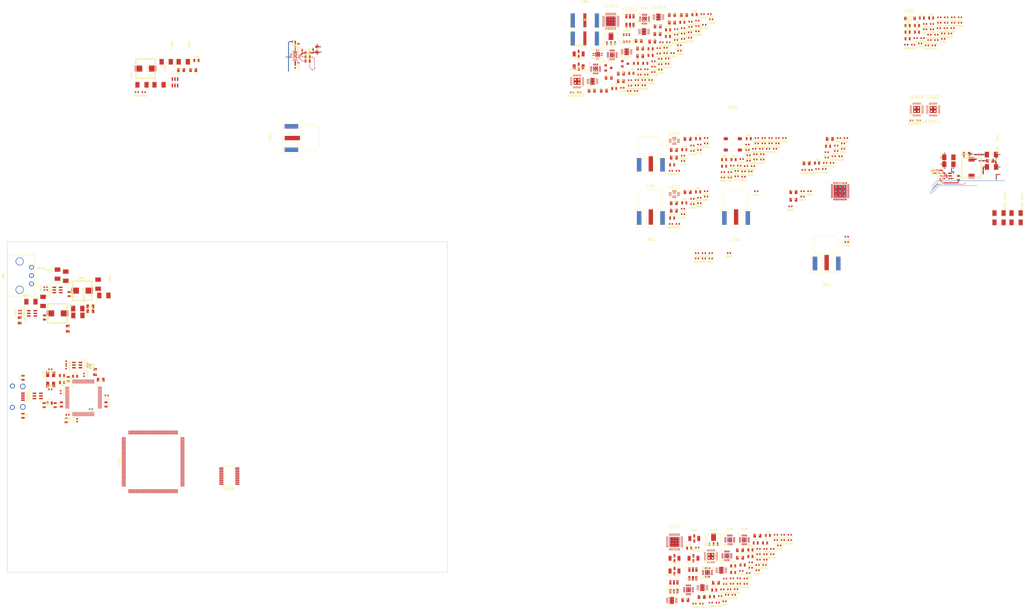
<source format=kicad_pcb>
(kicad_pcb (version 20211014) (generator pcbnew)
  (layers (0 "F.Cu" signal) (1 "In1.Cu" signal "InTop.Cu") (2 "In2.Cu" signal "InBot.Cu") (31 "B.Cu" signal) (34 "B.Paste" user) (35 "F.Paste" user) (36 "B.SilkS" user "B.Silkscreen") (37 "F.SilkS" user "F.Silkscreen") (38 "B.Mask" user) (39 "F.Mask" user) (44 "Edge.Cuts" user))
  (net 0 "")
  (net 1 "Net-(C926-Pad1)")
  (net 2 "GND")
  (net 3 "+1V2")
  (net 4 "Net-(C101-Pad2)")
  (net 5 "/PLL/LO_0")
  (net 6 "+6V")
  (net 7 "Net-(C419-Pad1)")
  (net 8 "Net-(C221-Pad1)")
  (net 9 "Net-(C222-Pad1)")
  (net 10 "Net-(C226-Pad1)")
  (net 11 "Net-(C227-Pad1)")
  (net 12 "Net-(C231-Pad1)")
  (net 13 "Net-(C232-Pad1)")
  (net 14 "Net-(C419-Pad2)")
  (net 15 "Net-(C421-Pad1)")
  (net 16 "Net-(C646-Pad1)")
  (net 17 "Net-(C302-Pad1)")
  (net 18 "Net-(C305-Pad1)")
  (net 19 "Net-(C308-Pad1)")
  (net 20 "Net-(C311-Pad1)")
  (net 21 "+3.3VA")
  (net 22 "Net-(C647-Pad1)")
  (net 23 "+12V")
  (net 24 "/PLL/Vvco")
  (net 25 "/PLL/pll_3v3")
  (net 26 "/PLL/pll_vrf")
  (net 27 "/PLL/Vtune")
  (net 28 "Net-(R601-Pad1)")
  (net 29 "Net-(C422-Pad1)")
  (net 30 "Net-(C314-Pad1)")
  (net 31 "Net-(R607-Pad1)")
  (net 32 "Net-(C618-Pad2)")
  (net 33 "Net-(C619-Pad2)")
  (net 34 "+5V")
  (net 35 "Net-(C637-Pad2)")
  (net 36 "Net-(C317-Pad1)")
  (net 37 "Net-(C320-Pad1)")
  (net 38 "Net-(C410-Pad1)")
  (net 39 "Net-(C411-Pad1)")
  (net 40 "Net-(C548-Pad1)")
  (net 41 "Net-(C548-Pad2)")
  (net 42 "Net-(C549-Pad1)")
  (net 43 "Net-(C549-Pad2)")
  (net 45 "Net-(C550-Pad1)")
  (net 47 "Net-(C550-Pad2)")
  (net 48 "Net-(C552-Pad1)")
  (net 50 "Net-(J202-Pad6)")
  (net 51 "Net-(L402-Pad1)")
  (net 52 "/Mixer DUT/EN")
  (net 53 "Net-(L403-Pad1)")
  (net 54 "Net-(C423-Pad1)")
  (net 55 "Net-(L802-Pad1)")
  (net 56 "Net-(C555-Pad1)")
  (net 57 "Net-(L803-Pad1)")
  (net 58 "Net-(C424-Pad1)")
  (net 59 "Net-(R207-Pad1)")
  (net 60 "Net-(R208-Pad1)")
  (net 61 "Net-(R209-Pad1)")
  (net 62 "Net-(R211-Pad1)")
  (net 63 "Net-(C429-Pad2)")
  (net 64 "Net-(C438-Pad1)")
  (net 65 "/Mixer DUT/X2")
  (net 66 "Net-(C557-Pad2)")
  (net 67 "Net-(R602-Pad1)")
  (net 69 "Net-(C558-Pad2)")
  (net 72 "/ADC/A2_P")
  (net 73 "/ADC/A2_N")
  (net 74 "/FPGA/fd0")
  (net 75 "/FPGA/fd1")
  (net 76 "/FPGA/fd2")
  (net 77 "/FPGA/fd3")
  (net 78 "/FPGA/fd4")
  (net 79 "/FPGA/fd5")
  (net 80 "/FPGA/fd6")
  (net 81 "/FPGA/fd7")
  (net 82 "/FPGA/F_RXF")
  (net 83 "/FPGA/F_TXE")
  (net 84 "/FPGA/F_RD")
  (net 85 "/FPGA/F_WR")
  (net 86 "/FPGA/F_SIWU")
  (net 87 "/FPGA/F_CLKOUT")
  (net 88 "/FPGA/F_OE")
  (net 89 "/FPGA/SPI_MISO")
  (net 90 "/FPGA/SPI_MOSI")
  (net 91 "/FPGA/SPI_CLK")
  (net 92 "/FPGA/~{SPI_CS}")
  (net 93 "/FPGA/~{ICE40_RST}")
  (net 94 "/FPGA/ICE40_DONE")
  (net 99 "Net-(C440-Pad1)")
  (net 100 "/PLL/LO_L_2")
  (net 101 "/PLL/LO_L_1")
  (net 102 "/PLL/LO_H_2")
  (net 103 "/PLL/LO_H_1")
  (net 104 "/PLL/LO_3")
  (net 105 "/ADC_CLK")
  (net 106 "/FPGA_CLK")
  (net 107 "/FPGA/LO_DATA")
  (net 108 "/FPGA/LO_CLK")
  (net 109 "/FPGA/LO_LE")
  (net 110 "/FPGA/LO_LOCK")
  (net 111 "/Mixer DUT1/dut_lo")
  (net 112 "/PLL/LO_1")
  (net 113 "Net-(R212-Pad1)")
  (net 117 "/Mixer DUT1/dut_rf_0")
  (net 118 "/Mixer DUT1/dut_rf")
  (net 119 "/Mixer DUT1/mx_d_3v3")
  (net 120 "Net-(C708-Pad1)")
  (net 125 "/PLL DUT/pll_3v3")
  (net 126 "/PLL DUT/Vvco")
  (net 134 "/Mixer DUT/dut_lo")
  (net 135 "/Mixer DUT/dut_rf")
  (net 136 "/Mixer DUT/dut_rf_0")
  (net 137 "/ADC/A1_P")
  (net 138 "Net-(C709-Pad1)")
  (net 139 "/ADC/A1_N")
  (net 140 "/Mixer DUT2/dut_lo")
  (net 141 "/Mixer DUT2/dut_rf_0")
  (net 142 "/Mixer DUT2/dut_rf")
  (net 143 "/Mixer DUT2/mx_d_3v3")
  (net 144 "Net-(C808-Pad1)")
  (net 145 "/ADC/A0_P")
  (net 146 "/Mixer DUT/mx_d_3v3")
  (net 147 "Net-(C809-Pad1)")
  (net 148 "/ADC/A0_N")
  (net 149 "/Clocking/FILT_3V3")
  (net 150 "Net-(C909-Pad1)")
  (net 151 "Net-(C914-Pad1)")
  (net 152 "Net-(C918-Pad1)")
  (net 153 "Net-(C921-Pad2)")
  (net 154 "Net-(C923-Pad1)")
  (net 155 "Net-(C925-Pad1)")
  (net 156 "/FPGA/D_N")
  (net 157 "/FPGA/D_P")
  (net 158 "/PSU/3V3_SW")
  (net 159 "/PSU/1V2_SW")
  (net 160 "/PSU/5V_SW")
  (net 161 "/PLL/LO_2_1")
  (net 162 "/PLL/LO_1_1")
  (net 163 "/PLL/p_b_0_N")
  (net 164 "/PLL/p_b_1_N")
  (net 165 "/PLL/p_b_1_P")
  (net 166 "/PLL/p_b_0_P")
  (net 167 "/PLL/p_a_0_N")
  (net 168 "/PLL/p_a_1_N")
  (net 169 "/PLL/p_a_1_P")
  (net 170 "/PLL/p_a_0_P")
  (net 171 "/PLL/XO_P")
  (net 172 "/PLL/XO_N")
  (net 173 "/PLL/LO_LH_1")
  (net 174 "/PLL/LO_LH_0")
  (net 175 "/PLL/LO_HH_1")
  (net 176 "/PLL/LO_HH_0")
  (net 177 "/PLL/LO_LL_1")
  (net 178 "/PLL/LO_LL_0")
  (net 180 "Net-(C925-Pad2)")
  (net 182 "Net-(D301-PadK)")
  (net 246 "Net-(C410-Pad2)")
  (net 247 "Net-(C411-Pad2)")
  (net 248 "Net-(L702-Pad1)")
  (net 249 "/PLL/LO_2")
  (net 250 "/Mixer DUT1/EN")
  (net 251 "Net-(L703-Pad1)")
  (net 252 "/Mixer DUT1/X2")
  (net 253 "/Mixer DUT2/EN")
  (net 254 "/Mixer DUT2/X2")
  (net 255 "Net-(J301-Pad7)")
  (net 256 "Net-(J301-Pad6)")
  (net 257 "Net-(J301-Pad5)")
  (net 258 "Net-(J301-Pad4)")
  (net 259 "Net-(J301-Pad3)")
  (net 260 "Net-(J301-Pad2)")
  (net 261 "Net-(R609-Pad1)")
  (net 262 "Net-(R701-Pad1)")
  (net 263 "Net-(R801-Pad1)")
  (net 264 "Net-(R901-Pad1)")
  (net 265 "/Clocking/SCLK")
  (net 266 "/Clocking/SDATA")
  (net 267 "Net-(R907-Pad1)")
  (net 268 "Net-(R908-Pad1)")
  (net 269 "Net-(R909-Pad1)")
  (net 270 "Net-(R910-Pad1)")
  (net 273 "/ADC/~{SYNC{slash}RST}")
  (net 274 "/ADC/~{CS}")
  (net 275 "/ADC/~{DRDY}")
  (net 276 "/ADC/SCLK")
  (net 277 "/ADC/DOUT")
  (net 278 "/ADC/DIN")
  (net 279 "Net-(C927-Pad1)")
  (net 280 "Net-(C928-Pad1)")
  (net 281 "Net-(C929-Pad1)")
  (net 299 "/PLL DUT/Vtune")
  (net 300 "Net-(C1007-Pad1)")
  (net 301 "Net-(C1007-Pad2)")
  (net 302 "/PLL/LO_HL_1")
  (net 303 "/PLL/LO_HL_0")
  (net 304 "Net-(C1015-Pad1)")
  (net 305 "/PLL DUT/pll_vrf")
  (net 306 "Net-(C1017-Pad1)")
  (net 307 "Net-(C1018-Pad1)")
  (net 308 "Net-(C1019-Pad1)")
  (net 309 "Net-(C1020-Pad1)")
  (net 310 "Net-(C1021-Pad2)")
  (net 311 "VAMP")
  (net 312 "/PLL DUT/p_a_0_N")
  (net 313 "/PLL DUT/p_a_1_N")
  (net 314 "/PLL DUT/p_a_1_P")
  (net 315 "/PLL DUT/p_a_0_P")
  (net 316 "Net-(C1032-Pad1)")
  (net 317 "Net-(C1034-Pad1)")
  (net 318 "/PLL DUT/D_LB_5")
  (net 319 "/PLL DUT/D_LB_4")
  (net 320 "/PLL DUT/D_HB_4")
  (net 321 "/PLL DUT/D_HB_3")
  (net 322 "/PLL DUT/D_HB_2")
  (net 323 "Net-(C1041-Pad1)")
  (net 324 "Net-(C1042-Pad1)")
  (net 325 "/PLL DUT/VG_AMP")
  (net 326 "/PLL DUT/D_LB_3")
  (net 327 "/PLL DUT/D_LB_2")
  (net 328 "/PLL DUT/Vamp")
  (net 329 "/PLL DUT/-5V")
  (net 330 "Net-(C1053-Pad1)")
  (net 331 "Net-(C1053-Pad2)")
  (net 332 "/PLL DUT/D_LB_1")
  (net 333 "/PLL DUT/D_LB_0")
  (net 334 "/PLL DUT/D_HB_1")
  (net 335 "/PLL DUT/D_HB_0")
  (net 336 "/PLL DUT/D_1")
  (net 337 "/PLL DUT/D_0")
  (net 338 "/PLL DUT/D1_1")
  (net 339 "/PLL DUT/D1_0")
  (net 340 "/PLL DUT/D2_1")
  (net 341 "/PLL DUT/D2_0")
  (net 342 "/PLL DUT/D_LB_H_1")
  (net 343 "/PLL DUT/D_LB_H_0")
  (net 344 "/PLL DUT/D_LB_L_1")
  (net 345 "/PLL DUT/D_LB_L_0")
  (net 348 "Net-(L1006-Pad1)")
  (net 349 "Net-(Q1001-Pad3)")
  (net 350 "Net-(R1005-Pad2)")
  (net 355 "Net-(L408-Pad1)")
  (net 356 "Net-(R404-Pad2)")
  (net 357 "/PLL/LO_L_0")
  (net 358 "/PLL/LO_H_0")
  (net 359 "/PSU/6V_SW")
  (net 360 "Net-(C208-Pad2)")
  (net 361 "Net-(R201-Pad1)")
  (net 362 "/PSU/6V")
  (net 363 "Net-(C930-Pad1)")
  (net 364 "Net-(U902-Pad7)")
  (net 365 "Net-(U902-Pad8)")
  (net 366 "Net-(C202-Pad1)")
  (net 367 "Net-(C604-Pad1)")
  (net 368 "Net-(C605-Pad1)")
  (net 369 "Net-(C626-Pad1)")
  (net 370 "/SIGGEN_CLK_P")
  (net 371 "/SIGGEN_CLK_N")
  (net 372 "/OUTPUT_PA_ON")
  (net 373 "/ANALOG_EN")
  (net 374 "/LO_LB1")
  (net 375 "/LO_HB1")
  (net 376 "/LO_LB2")
  (net 377 "/LO_HB2")
  (net 378 "/LO_BANDSEL")
  (net 379 "/SIGGEN_LB2")
  (net 380 "/SIGGEN_LB1")
  (net 381 "/SIGGEN_BANDSEL")
  (net 382 "/FPGA/SIGGEN_DATA")
  (net 383 "/FPGA/SIGGEN_CLK")
  (net 384 "/FPGA/SIGGEN_LE")
  (net 385 "/FPGA/SIGGEN_LOCK")
  (footprint "SM0603" (layer "F.Cu") (at 56.899999 159.799999 -90)
    (fp_text reference "C221")
    (fp_text value "100n" hide)
  )
  (footprint "SM0402" (layer "F.Cu") (at 52.9 154.3 180)
    (fp_text reference "C222")
    (fp_text value "10p" hide)
  )
  (footprint "SM0603" (layer "F.Cu") (at 61.9 149.55)
    (fp_text reference "C223")
    (fp_text value "100n" hide)
  )
  (footprint "SM0603" (layer "F.Cu") (at 73.150002 159.799999 -90)
    (fp_text reference "C224")
    (fp_text value "100n" hide)
  )
  (footprint "SM0805" (layer "F.Cu") (at 71.1975 150.8 180)
    (fp_text reference "C225")
    (fp_text value "4.7u" hide)
  )
  (footprint "SM0402" (layer "F.Cu") (at 52.9 147.05)
    (fp_text reference "C226")
    (fp_text value "10p" hide)
  )
  (footprint "SM0603" (layer "F.Cu") (at 58.65 165.55 -90)
    (fp_text reference "C227")
    (fp_text value "1uF" hide)
  )
  (footprint "SM0603" (layer "F.Cu") (at 57.137999 149.299998 180)
    (fp_text reference "C228")
    (fp_text value "CAP_0603" hide)
  )
  (footprint "SM0805" (layer "F.Cu") (at 69.15 148.0025 -90)
    (fp_text reference "C229")
    (fp_text value "4.7u" hide)
  )
  (footprint "SM0603" (layer "F.Cu") (at 50.65 160.05 -90)
    (fp_text reference "C230")
    (fp_text value "CAP_0603" hide)
  )
  (footprint "SM0603" (layer "F.Cu") (at 54.650002 160.050003 -90)
    (fp_text reference "C231")
    (fp_text value "CAP_0603" hide)
  )
  (footprint "SM0603" (layer "F.Cu") (at 57.149995 151.800001 180)
    (fp_text reference "C232")
    (fp_text value "CAP_0603" hide)
  )
  (footprint "SM0402" (layer "F.Cu") (at 141.4 27.924013)
    (fp_text reference "C401")
    (fp_text value "CAP_0402" hide)
  )
  (footprint "SM0402" (layer "F.Cu") (at 142.4 28.724013)
    (fp_text reference "C402")
    (fp_text value "CAP_0402" hide)
  )
  (footprint "SM0402" (layer "F.Cu") (at 141.9 36.924013 90)
    (fp_text reference "C403")
    (fp_text value "CAP_0402" hide)
  )
  (footprint "SM0402" (layer "F.Cu") (at 142.4 35.674013 180)
    (fp_text reference "C404")
    (fp_text value "CAP_0402" hide)
  )
  (footprint "SM0805" (layer "F.Cu") (at 149.9 30.821513 -90)
    (fp_text reference "C405")
    (fp_text value "CAP_0805" hide)
  )
  (footprint "SM0402" (layer "F.Cu") (at 148.4 31.524013 -90)
    (fp_text reference "C406")
    (fp_text value "CAP_0402" hide)
  )
  (footprint "SM0402" (layer "F.Cu") (at 144.4 31.774013 -90)
    (fp_text reference "C407")
    (fp_text value "CAP_0402" hide)
  )
  (footprint "SM1206" (layer "F.Cu") (at 70.25 116.101 90)
    (fp_text reference "C601")
    (fp_text value "10uF" hide)
  )
  (footprint "SM1206" (layer "F.Cu") (at 62.849 124.95)
    (fp_text reference "C603")
    (fp_text value "10uF" hide)
  )
  (footprint "SM1206" (layer "F.Cu") (at 72.349 120.2)
    (fp_text reference "C604")
    (fp_text value "10uF" hide)
  )
  (footprint "SM1206" (layer "F.Cu") (at 62.901 127.45)
    (fp_text reference "C605")
    (fp_text value "10uF" hide)
  )
  (footprint "SM0805" (layer "F.Cu") (at 67.4525 124.2 180)
    (fp_text reference "C608")
    (fp_text value "100nF" hide)
  )
  (footprint "SM0805" (layer "F.Cu") (at 59.25 132.2475 -90)
    (fp_text reference "C609")
    (fp_text value "100nF" hide)
  )
  (footprint "SM0805" (layer "F.Cu") (at 67.4525 125.95 180)
    (fp_text reference "C611")
    (fp_text value "1uF" hide)
  )
  (footprint "SM0805" (layer "F.Cu") (at 41.75 129.2475 -90)
    (fp_text reference "C612")
    (fp_text value "1uF" hide)
  )
  (footprint "SM1206" (layer "F.Cu") (at 58.5 113.2 90)
    (fp_text reference "C613")
    (fp_text value "10uF" hide)
  )
  (footprint "SM1206" (layer "F.Cu") (at 50.25 122.351 90)
    (fp_text reference "C614")
    (fp_text value "10uF" hide)
  )
  (footprint "SM1206" (layer "F.Cu") (at 55.5 112.45 90)
    (fp_text reference "C616")
    (fp_text value "10uF" hide)
  )
  (footprint "SM1206" (layer "F.Cu") (at 45.849 122.45 180)
    (fp_text reference "C617")
    (fp_text value "10uF" hide)
  )
  (footprint "SM0603" (layer "F.Cu") (at 59.75 119.7 -90)
    (fp_text reference "C618")
    (fp_text value "100nF" hide)
  )
  (footprint "SM0603" (layer "F.Cu") (at 50.75 128.2 -90)
    (fp_text reference "C619")
    (fp_text value "100nF" hide)
  )
  (footprint "SM1206" (layer "F.Cu") (at 394.9 69)
    (fp_text reference "C624")
    (fp_text value "10uF" hide)
  )
  (footprint "SM1206" (layer "F.Cu") (at 394.9 73.5)
    (fp_text reference "C626")
    (fp_text value "10uF" hide)
  )
  (footprint "SM0805" (layer "F.Cu") (at 385.8525 68.75 180)
    (fp_text reference "C628")
    (fp_text value "100nF" hide)
  )
  (footprint "SM0805" (layer "F.Cu") (at 394.4 71.25)
    (fp_text reference "C630")
    (fp_text value "1uF" hide)
  )
  (footprint "SM1206" (layer "F.Cu") (at 379.4 70 180)
    (fp_text reference "C631")
    (fp_text value "10uF" hide)
  )
  (footprint "SM1206" (layer "F.Cu") (at 379.4 72.5 180)
    (fp_text reference "C633")
    (fp_text value "10uF" hide)
  )
  (footprint "SM0603" (layer "F.Cu") (at 382.9 77.5 -90)
    (fp_text reference "C637")
    (fp_text value "100nF" hide)
  )
  (footprint "Connector_USB:USB_Micro-B_Wuerth_629105150521_CircularHoles" (layer "F.Cu") (at 41.055 156.995 -90)
    (fp_text reference "J202")
    (fp_text value "USB_OTG")
  )
  (footprint "Connectors_RF:SMA_AMP_132255-12" (layer "F.Cu") (at 143.65 63 -90)
    (fp_text reference "J401")
    (fp_text value "SMA_PCB")
  )
  (footprint "SM0603" (layer "F.Cu") (at 52.65 159.3)
    (fp_text reference "L201")
    (fp_text value "IND_0603" hide)
  )
  (footprint "SM0603" (layer "F.Cu") (at 59.400001 150.549998 -90)
    (fp_text reference "L202")
    (fp_text value "IND_0603" hide)
  )
  (footprint "SM0603" (layer "F.Cu") (at 146.4 32.024013)
    (fp_text reference "L401")
    (fp_text value "IND_0603" hide)
  )
  (footprint "SM0603" (layer "F.Cu") (at 146.388 35.024013)
    (fp_text reference "L402")
    (fp_text value "IND_0603" hide)
  )
  (footprint "SM0603" (layer "F.Cu") (at 146.388 33.524013)
    (fp_text reference "L403")
    (fp_text value "IND_0603" hide)
  )
  (footprint "SM0603" (layer "F.Cu") (at 42.95 150.1 90)
    (fp_text reference "R205")
    (fp_text value "NP" hide)
  )
  (footprint "SM0603" (layer "F.Cu") (at 42.95 163.9 -90)
    (fp_text reference "R206")
    (fp_text value "NP" hide)
  )
  (footprint "SM0402" (layer "F.Cu") (at 58.649998 144.550001 90)
    (fp_text reference "R207")
    (fp_text value "10k" hide)
  )
  (footprint "SM0402" (layer "F.Cu") (at 67.399999 146.049998 90)
    (fp_text reference "R208")
    (fp_text value "10k" hide)
  )
  (footprint "SM0402" (layer "F.Cu") (at 58.65 146.3 90)
    (fp_text reference "R209")
    (fp_text value "2.2k" hide)
  )
  (footprint "SM0402" (layer "F.Cu") (at 66.4 145.550001 90)
    (fp_text reference "R211")
    (fp_text value "10k" hide)
  )
  (footprint "SM0402" (layer "F.Cu") (at 50.75 117.7 -90)
    (fp_text reference "R601")
    (fp_text value "10k" hide)
  )
  (footprint "SM0402" (layer "F.Cu") (at 41.5 126.2 -90)
    (fp_text reference "R602")
    (fp_text value "10k" hide)
  )
  (footprint "SM0402" (layer "F.Cu") (at 51.75 117.7 90)
    (fp_text reference "R603")
    (fp_text value "31.6k" hide)
  )
  (footprint "SM0402" (layer "F.Cu") (at 42.25 126.2 90)
    (fp_text reference "R604")
    (fp_text value "4.99k" hide)
  )
  (footprint "SM0402" (layer "F.Cu") (at 373.9 75.25 90)
    (fp_text reference "R607")
    (fp_text value "10k" hide)
  )
  (footprint "SM0402" (layer "F.Cu") (at 374.9 75.25 -90)
    (fp_text reference "R608")
    (fp_text value "52.3k" hide)
  )
  (footprint "SOT:SOT-236-095mm" (layer "F.Cu") (at 62.65 145.5 -90)
    (fp_text reference "U202")
    (fp_text value "93LC46B")
  )
  (footprint "QFP:LQFP_64" (layer "F.Cu") (at 64.9 157.3 -90)
    (fp_text reference "U203")
    (fp_text value "FT2232H" hide)
  )
  (footprint "QFN:QFN12_2x3mm_UDB_LT" (layer "F.Cu") (at 141.9 33.274013)
    (fp_text reference "U401")
    (fp_text value "LTC5548")
  )
  (footprint "SOT:SOT-236-095mm" (layer "F.Cu") (at 55.5 118.2 90)
    (fp_text reference "U602")
    (fp_text value "TPS563208_SOT236")
  )
  (footprint "SOT:SOT-236-095mm" (layer "F.Cu") (at 46.25 126.7 90)
    (fp_text reference "U603")
    (fp_text value "TPS563208_SOT236")
  )
  (footprint "SOT:SOT-236-095mm" (layer "F.Cu") (at 378.65 76.75 90)
    (fp_text reference "U606")
    (fp_text value "TPS563208_SOT236")
  )
  (footprint "Xtal_SMD:XTAL_5.0x3.2mm" (layer "F.Cu") (at 53.000002 150.700001 90)
    (fp_text reference "X201")
    (fp_text value "TXC_50X32_AB" hide)
  )
  (footprint "General_SMD:IND_7x7x4.5" (layer "F.Cu") (at 387.65 73.75 -90)
    (fp_text reference "L603")
    (fp_text value "2.2uH" hide)
  )
  (footprint "General_SMD:IND_7x7x4.5" (layer "F.Cu") (at 64.5 118.45 180)
    (fp_text reference "L2")
    (fp_text value "2.2uH" hide)
  )
  (footprint "General_SMD:IND_7x7x4.5" (layer "F.Cu") (at 55.5 126.7 180)
    (fp_text reference "L3")
    (fp_text value "2.2uH" hide)
  )
  (footprint "Connectors_Molex:MICROFIT_3POS_FEM_43650-0303" (layer "F.Cu") (at 41.7385 112.962 -90)
    (fp_text reference "J601")
    (fp_text value "Conn_01x03" hide)
  )
  (footprint "SOT:SOT-236-095mm" (layer "F.Cu") (at 48.3 156.7 90)
    (fp_text reference "U205")
    (fp_text value "TPD4E1U06-SC70")
  )
  (footprint "General_SMD:SM0402" (layer "F.Cu") (at 59.150002 163.550001)
    (fp_text reference "R210")
    (fp_text value "1k" hide)
  )
  (footprint "General_SMD:SM0402" (layer "F.Cu") (at 56.650002 155.299998 90)
    (fp_text reference "R212")
    (fp_text value "12k" hide)
  )
  (footprint "SM0402" (layer "F.Cu") (at 62.649999 165.549999 -90)
    (fp_text reference "C233")
    (fp_text value "100n" hide)
  )
  (footprint "SM0402" (layer "F.Cu") (at 73.4 156.55)
    (fp_text reference "C235")
    (fp_text value "100n" hide)
  )
  (footprint "SM0402" (layer "F.Cu") (at 65.150001 149.049997 90)
    (fp_text reference "C236")
    (fp_text value "100n" hide)
  )
  (footprint "General_SMD:SM0603" (layer "F.Cu") (at 367.8215 22.1185)
    (fp_text reference "L306")
    (fp_text value "BLM18" hide)
  )
  (footprint "General_SMD:SM0402" (layer "F.Cu") (at 273.9725 30.3375)
    (fp_text reference "R1009")
    (fp_text value "10k" hide)
  )
  (footprint "General_SMD:SM0402" (layer "F.Cu") (at 326.25 82.31)
    (fp_text reference "R611")
    (fp_text value "DNI" hide)
  )
  (footprint "General_SMD:SM0402" (layer "F.Cu") (at 383.455 21.095)
    (fp_text reference "R305")
    (fp_text value "0" hide)
  )
  (footprint "SSOP:TSSOP20_5.8W" (layer "F.Cu") (at 117.95 185.85 90)
    (fp_text reference "U506")
    (fp_text value "ADS131M03_TSSOP")
  )
  (footprint "General_SMD:SM0402" (layer "F.Cu") (at 281.4725 29.2875)
    (fp_text reference "C1016")
    (fp_text value "10pF" hide)
  )
  (footprint "General_SMD:SM0402" (layer "F.Cu") (at 309.12 70.79)
    (fp_text reference "R904")
    (fp_text value "1k" hide)
  )
  (footprint "General_SMD:SM1206" (layer "F.Cu") (at 397.65 93.65)
    (fp_text reference "R203")
    (fp_text value "RES_1206" hide)
  )
  (footprint "General_SMD:SM0402" (layer "F.Cu") (at 278.41 94.2)
    (fp_text reference "R803")
    (fp_text value "DNI" hide)
  )
  (footprint "General_SMD:SM0603" (layer "F.Cu") (at 269.099 35.831)
    (fp_text reference "C1017")
    (fp_text value "1nF" hide)
  )
  (footprint "General_SMD:SM0402" (layer "F.Cu") (at 375.775 23.045)
    (fp_text reference "C318")
    (fp_text value "100pF" hide)
  )
  (footprint "General_SMD:SM0402" (layer "F.Cu") (at 340.98 64.94)
    (fp_text reference "C557")
    (fp_text value "100nF" hide)
  )
  (footprint "MiniCircuits:FV1206" (layer "F.Cu") (at 279.705 215.7)
    (fp_text reference "F402")
    (fp_text value "LFCN-7200+")
  )
  (footprint "General_SMD:SM0603" (layer "F.Cu") (at 331.5065 72.0635)
    (fp_text reference "L501")
    (fp_text value "BLM18" hide)
  )
  (footprint "General_SMD:SM0603" (layer "F.Cu") (at 283.2665 86.5335)
    (fp_text reference "L801")
    (fp_text value "IND_0603" hide)
  )
  (footprint "General_SMD:SM0402" (layer "F.Cu") (at 309.63 62.99)
    (fp_text reference "R910")
    (fp_text value "50" hide)
  )
  (footprint "General_SMD:SM0603" (layer "F.Cu") (at 304.4565 218.1435)
    (fp_text reference "C444")
    (fp_text value "47nF" hide)
  )
  (footprint "General_SMD:SM0402" (layer "F.Cu") (at 277.0525 36.0175)
    (fp_text reference "C1045")
    (fp_text value "18pF" hide)
  )
  (footprint "General_SMD:SM0402" (layer "F.Cu") (at 299.55 104.81)
    (fp_text reference "R503")
    (fp_text value "50" hide)
  )
  (footprint "General_SMD:SM0805" (layer "F.Cu") (at 284.48753 82.64653)
    (fp_text reference "C809")
    (fp_text value "100uF" hide)
  )
  (footprint "QFN:DFN8_3x3mm" (layer "F.Cu") (at 289.84 226.38)
    (fp_text reference "U406")
    (fp_text value "ADM7170ACPZ-3.3")
  )
  (footprint "General_SMD:SM0805" (layer "F.Cu") (at 278.80003 21.02403)
    (fp_text reference "C1023")
    (fp_text value "10uF" hide)
  )
  (footprint "General_SMD:SM0402" (layer "F.Cu") (at 304.8 77.08)
    (fp_text reference "C910")
    (fp_text value "100pF" hide)
  )
  (footprint "General_SMD:SM0402" (layer "F.Cu") (at 365.955 56.595)
    (fp_text reference "C410")
    (fp_text value "CAP_0402" hide)
  )
  (footprint "Connectors_RF:SMA_AMP_132255-12" (layer "F.Cu") (at 335 105.425)
    (fp_text reference "J901")
    (fp_text value "LO Ref output")
  )
  (footprint "General_SMD:SM0402" (layer "F.Cu") (at 242.5625 46.3775)
    (fp_text reference "C1042")
    (fp_text value "1nF" hide)
  )
  (footprint "General_SMD:SM0402" (layer "F.Cu") (at 378.275 23.045)
    (fp_text reference "R303")
    (fp_text value "0" hide)
  )
  (footprint "General_SMD:SM0402" (layer "F.Cu") (at 282.81 69.38)
    (fp_text reference "C707")
    (fp_text value "CAP_0402" hide)
  )
  (footprint "QFN:QFN-16_EP_3x3_Pitch0.5mm" (layer "F.Cu") (at 257.0875 32.7875)
    (fp_text reference "U1006")
    (fp_text value "PE42553")
  )
  (footprint "Package_QFP:TQFP-144_20x20mm_P0.5mm" (layer "F.Cu") (at 90.25 180.65 90)
    (fp_text reference "U301")
    (fp_text value "ICE40HX1K-TQ144")
  )
  (footprint "General_SMD:SM0603" (layer "F.Cu") (at 307.3065 212.6435)
    (fp_text reference "C452")
    (fp_text value "47nF" hide)
  )
  (footprint "General_SMD:SM0402" (layer "F.Cu") (at 315.26 212.29)
    (fp_text reference "C417")
    (fp_text value "10pF" hide)
  )
  (footprint "General_SMD:SM0402" (layer "F.Cu") (at 299.8 77.35)
    (fp_text reference "C917")
    (fp_text value "100pF" hide)
  )
  (footprint "QFN:QFN12_2x3mm_UDB_LT" (layer "F.Cu") (at 279.66 64.015)
    (fp_text reference "U701")
    (fp_text value "LTC5548")
  )
  (footprint "General_SMD:SM0402" (layer "F.Cu") (at 326.25 84.26)
    (fp_text reference "R612")
    (fp_text value "0" hide)
  )
  (footprint "General_SMD:SM0402" (layer "F.Cu") (at 263.5325 41.9875)
    (fp_text reference "R1002")
    (fp_text value "4.7k" hide)
  )
  (footprint "QFN:QFN24_4x4_0.5mm" (layer "F.Cu") (at 292.93 214.975)
    (fp_text reference "U414")
    (fp_text value "EP2C+")
  )
  (footprint "General_SMD:SM0402" (layer "F.Cu") (at 297.3 77.35)
    (fp_text reference "R905")
    (fp_text value "1k" hide)
  )
  (footprint "General_SMD:SM0402" (layer "F.Cu") (at 282.8325 23.0775)
    (fp_text reference "C1001")
    (fp_text value "100nF" hide)
  )
  (footprint "SOT:SOT-236-095mm" (layer "F.Cu") (at 98.1905 42.7335)
    (fp_text reference "U201")
    (fp_text value "TPS563208_SOT236")
  )
  (footprint "General_SMD:SM0402" (layer "F.Cu") (at 340.07 69.64)
    (fp_text reference "C548")
    (fp_text value "10nF" hide)
  )
  (footprint "General_SMD:SM0805" (layer "F.Cu") (at 266.69003 27.69403)
    (fp_text reference "C1050")
    (fp_text value "1uF" hide)
  )
  (footprint "QFN:QFN24_4x4_0.5mm" (layer "F.Cu") (at 367.705 52.62)
    (fp_text reference "U403")
    (fp_text value "EP2C+")
  )
  (footprint "General_SMD:SM0402" (layer "F.Cu") (at 305.59 225)
    (fp_text reference "C440")
    (fp_text value "100nF" hide)
  )
  (footprint "QFN:QFN-16_EP_3x3_Pitch0.5mm" (layer "F.Cu") (at 268.8275 19.7875)
    (fp_text reference "U1011")
    (fp_text value "PE42520")
  )
  (footprint "General_SMD:SM0402" (layer "F.Cu") (at 311.62 68.84)
    (fp_text reference "R903")
    (fp_text value "1k" hide)
  )
  (footprint "General_SMD:SM0402" (layer "F.Cu") (at 326.65 74.59)
    (fp_text reference "C553")
    (fp_text value "100pF" hide)
  )
  (footprint "General_SMD:SM0603" (layer "F.Cu") (at 294.1465 227.2435)
    (fp_text reference "C421")
    (fp_text value "1nF" hide)
  )
  (footprint "General_SMD:SM0603" (layer "F.Cu") (at 106.003 34.762)
    (fp_text reference "C208")
    (fp_text value "100nF" hide)
  )
  (footprint "QFN:QFN32_5x5mm_3.6mm" (layer "F.Cu") (at 256.5625 20.5625)
    (fp_text reference "U1005")
    (fp_text value "ADF5355")
  )
  (footprint "General_SMD:SM0402" (layer "F.Cu") (at 282.81 90.65)
    (fp_text reference "C802")
    (fp_text value "CAP_0402" hide)
  )
  (footprint "General_SMD:SM0402" (layer "F.Cu") (at 287.99 211.8)
    (fp_text reference "C419")
    (fp_text value "33nF" hide)
  )
  (footprint "General_SMD:SM0402" (layer "F.Cu") (at 369.865 26.675)
    (fp_text reference "R308")
    (fp_text value "0" hide)
  )
  (footprint "General_SMD:SM0402" (layer "F.Cu") (at 380.955 21.095)
    (fp_text reference "C306")
    (fp_text value "100pF" hide)
  )
  (footprint "General_SMD:SM0603" (layer "F.Cu") (at 306.6765 63.2135)
    (fp_text reference "L901")
    (fp_text value "BLM18" hide)
  )
  (footprint "General_SMD:SM0402" (layer "F.Cu") (at 298.09 225.05)
    (fp_text reference "L404")
    (fp_text value "7.5nH" hide)
  )
  (footprint "General_SMD:SM0805" (layer "F.Cu") (at 104.82403 38.28503)
    (fp_text reference "C205")
    (fp_text value "1uF" hide)
  )
  (footprint "General_SMD:SM0603" (layer "F.Cu") (at 288.2665 63.2135)
    (fp_text reference "L703")
    (fp_text value "IND_0603" hide)
  )
  (footprint "General_SMD:SM0603" (layer "F.Cu") (at 297.7565 73.2335)
    (fp_text reference "L902")
    (fp_text value "BLM18" hide)
  )
  (footprint "General_SMD:SM0603" (layer "F.Cu") (at 293.3465 229.6535)
    (fp_text reference "C423")
    (fp_text value "1nF" hide)
  )
  (footprint "General_SMD:SM0402" (layer "F.Cu") (at 266.9925 39.9475)
    (fp_text reference "C1033")
    (fp_text value "10pF" hide)
  )
  (footprint "General_SMD:SM0402" (layer "F.Cu") (at 316.22 66.89)
    (fp_text reference "C914")
    (fp_text value "10nF" hide)
  )
  (footprint "General_SMD:SM0402" (layer "F.Cu") (at 306.62 71.23)
    (fp_text reference "C919")
    (fp_text value "10nF" hide)
  )
  (footprint "General_SMD:SM0402" (layer "F.Cu") (at 307.41 219.15)
    (fp_text reference "C454")
    (fp_text value "22pF" hide)
  )
  (footprint "General_SMD:SM0402" (layer "F.Cu") (at 363.955 29.065)
    (fp_text reference "C308")
    (fp_text value "10nF" hide)
  )
  (footprint "General_SMD:SM0402" (layer "F.Cu") (at 266.0325 41.8975)
    (fp_text reference "C1055")
    (fp_text value "10pF" hide)
  )
  (footprint "General_SMD:SM0805" (layer "F.Cu") (at 255.81003 41.09403)
    (fp_text reference "C1010")
    (fp_text value "10uF" hide)
  )
  (footprint "General_SMD:SM0603" (layer "F.Cu") (at 364.4115 24.5085)
    (fp_text reference "L303")
    (fp_text value "BLM18" hide)
  )
  (footprint "General_SMD:SM0402" (layer "F.Cu") (at 282.81 88.7)
    (fp_text reference "C807")
    (fp_text value "CAP_0402" hide)
  )
  (footprint "General_SMD:SM0402" (layer "F.Cu") (at 335.07 68.13)
    (fp_text reference "R513")
    (fp_text value "1k" hide)
  )
  (footprint "General_SMD:SM0402" (layer "F.Cu") (at 266.0325 43.8475)
    (fp_text reference "C1059")
    (fp_text value "10pF" hide)
  )
  (footprint "General_SMD:SM0402" (layer "F.Cu") (at 288.0325 24.2275)
    (fp_text reference "C1058")
    (fp_text value "22p" hide)
  )
  (footprint "General_SMD:SM0603" (layer "F.Cu") (at 282.579 20.911)
    (fp_text reference "C1038")
    (fp_text value "47nF" hide)
  )
  (footprint "General_SMD:SM0402" (layer "F.Cu") (at 288.0325 22.2775)
    (fp_text reference "C1032")
    (fp_text value "100nF" hide)
  )
  (footprint "General_SMD:SM0805" (layer "F.Cu") (at 254.04003 45.78403)
    (fp_text reference "C1011")
    (fp_text value "10uF" hide)
  )
  (footprint "General_SMD:SM0603" (layer "F.Cu") (at 367.8215 24.5085)
    (fp_text reference "L307")
    (fp_text value "BLM18" hide)
  )
  (footprint "MiniCircuits:FV1206" (layer "F.Cu") (at 244.8875 37.0775)
    (fp_text reference "F1001")
    (fp_text value "LFCN-7200+")
  )
  (footprint "General_SMD:SM0402" (layer "F.Cu") (at 288.72 84.7)
    (fp_text reference "R802")
    (fp_text value "25" hide)
  )
  (footprint "SOT:SOT-23" (layer "F.Cu") (at 261.7575 35.9875)
    (fp_text reference "Q1001")
    (fp_text value "BSS84")
  )
  (footprint "General_SMD:SM1206" (layer "F.Cu") (at 403.85 93.65)
    (fp_text reference "R204")
    (fp_text value "RES_1206" hide)
  )
  (footprint "General_SMD:SM0402" (layer "F.Cu") (at 379.865 24.995)
    (fp_text reference "C307")
    (fp_text value "10nF" hide)
  )
  (footprint "General_SMD:SM0603" (layer "F.Cu") (at 307.3065 215.0335)
    (fp_text reference "R405")
    (fp_text value "49" hide)
  )
  (footprint "General_SMD:SM0402" (layer "F.Cu") (at 319.08 209.1)
    (fp_text reference "C412")
    (fp_text value "100nF" hide)
  )
  (footprint "General_SMD:SM0402" (layer "F.Cu") (at 281.4725 31.2375)
    (fp_text reference "C1005")
    (fp_text value "10pF" hide)
  )
  (footprint "General_SMD:SM0402" (layer "F.Cu") (at 286.98 232.18)
    (fp_text reference "C456")
    (fp_text value "22pF" hide)
  )
  (footprint "General_SMD:SM0402" (layer "F.Cu") (at 312.13 64.94)
    (fp_text reference "C913")
    (fp_text value "100pF" hide)
  )
  (footprint "Connectors_RF:CINCH_142-0701-881" (layer "F.Cu") (at 247.1375 17.7125)
    (fp_text reference "J1001")
    (fp_text value "DUT_OUT_1")
  )
  (footprint "General_SMD:SM0402" (layer "F.Cu") (at 337.57 69.64)
    (fp_text reference "C552")
    (fp_text value "10nF" hide)
  )
  (footprint "General_SMD:SM0402" (layer "F.Cu") (at 312.76 212.29)
    (fp_text reference "R403")
    (fp_text value "1k" hide)
  )
  (footprint "General_SMD:SM0402" (layer "F.Cu") (at 288.72 67.33)
    (fp_text reference "R701")
    (fp_text value "25" hide)
  )
  (footprint "General_SMD:SM0402" (layer "F.Cu") (at 285.5325 20.6875)
    (fp_text reference "R1005")
    (fp_text value "4.7k" hide)
  )
  (footprint "MiniCircuits:DB1627" (layer "F.Cu") (at 279.499 226.044)
    (fp_text reference "K402")
    (fp_text value "TCM1-83X-1+")
  )
  (footprint "General_SMD:SM0402" (layer "F.Cu") (at 266.9925 37.9975)
    (fp_text reference "C1044")
    (fp_text value "5.6pF" hide)
  )
  (footprint "General_SMD:SM0805" (layer "F.Cu") (at 289.56753 229.76653)
    (fp_text reference "C427")
    (fp_text value "10uF" hide)
  )
  (footprint "General_SMD:SM0805" (layer "F.Cu") (at 284.48753 63.32653)
    (fp_text reference "C709")
    (fp_text value "100uF" hide)
  )
  (footprint "General_SMD:SM0603" (layer "F.Cu") (at 301.1665 70.8435)
    (fp_text reference "L904")
    (fp_text value "BLM18" hide)
  )
  (footprint "General_SMD:SM0402" (layer "F.Cu") (at 297.3 75.4)
    (fp_text reference "C903")
    (fp_text value "100pF" hide)
  )
  (footprint "General_SMD:SM0402" (layer "F.Cu") (at 280.91 74.88)
    (fp_text reference "C701")
    (fp_text value "CAP_0402" hide)
  )
  (footprint "General_SMD:SM0603" (layer "F.Cu") (at 335.5265 65.9635)
    (fp_text reference "L514")
    (fp_text value "BLM18" hide)
  )
  (footprint "QFN:QFN-16_EP_3x3_Pitch0.5mm" (layer "F.Cu") (at 251.0375 37.8775)
    (fp_text reference "U1008")
    (fp_text value "PE42553")
  )
  (footprint "General_SMD:SM0603" (layer "F.Cu") (at 297.7565 70.8435)
    (fp_text reference "L903")
    (fp_text value "BLM18" hide)
  )
  (footprint "General_SMD:SM0402" (layer "F.Cu") (at 342.3 98.85)
    (fp_text reference "C930")
    (fp_text value "100nF" hide)
  )
  (footprint "General_SMD:SM0402" (layer "F.Cu") (at 271.9925 39.0175)
    (fp_text reference "C1048")
    (fp_text value "22p" hide)
  )
  (footprint "General_SMD:SM0402" (layer "F.Cu") (at 375.955 19.145)
    (fp_text reference "R307")
    (fp_text value "10k" hide)
  )
  (footprint "General_SMD:SM0402" (layer "F.Cu") (at 373.275 23.485)
    (fp_text reference "C320")
    (fp_text value "10nF" hide)
  )
  (footprint "MiniCircuits:FV1206" (layer "F.Cu") (at 286.605 215.7)
    (fp_text reference "F404")
    (fp_text value "LFCN-5000+")
  )
  (footprint "General_SMD:SM0402" (layer "F.Cu") (at 282.8325 26.9775)
    (fp_text reference "C1015")
    (fp_text value "100nF" hide)
  )
  (footprint "General_SMD:SM0402" (layer "F.Cu") (at 314.63 62.99)
    (fp_text reference "R909")
    (fp_text value "50" hide)
  )
  (footprint "General_SMD:SM0402" (layer "F.Cu") (at 263.5325 43.9375)
    (fp_text reference "C1036")
    (fp_text value "10pF" hide)
  )
  (footprint "General_SMD:SM0402" (layer "F.Cu") (at 288.72 86.65)
    (fp_text reference "R801")
    (fp_text value "25" hide)
  )
  (footprint "General_SMD:SM0402" (layer "F.Cu") (at 286.22 67.69)
    (fp_text reference "C703")
    (fp_text value "CAP_0402" hide)
  )
  (footprint "General_SMD:SM0402" (layer "F.Cu") (at 298.09 223.1)
    (fp_text reference "C451")
    (fp_text value "22p" hide)
  )
  (footprint "General_SMD:SM0805" (layer "F.Cu") (at 279.48753 70.07653)
    (fp_text reference "C705")
    (fp_text value "CAP_0805" hide)
  )
  (footprint "General_SMD:SM0402" (layer "F.Cu") (at 368.955 28.625)
    (fp_text reference "C319")
    (fp_text value "10nF" hide)
  )
  (footprint "General_SMD:SM0402" (layer "F.Cu") (at 271.0325 41.8975)
    (fp_text reference "C1002")
    (fp_text value "10pF" hide)
  )
  (footprint "General_SMD:SM0603" (layer "F.Cu") (at 286.979 18.161)
    (fp_text reference "C1057")
    (fp_text value "47nF" hide)
  )
  (footprint "General_SMD:SM0402" (layer "F.Cu") (at 306.22 65.38)
    (fp_text reference "R901")
    (fp_text value "RES_0402" hide)
  )
  (footprint "General_SMD:SOD-123" (layer "F.Cu") (at 365.295 19.545)
    (fp_text reference "D301")
    (fp_text value "DIODE" hide)
  )
  (footprint "General_SMD:SM0402" (layer "F.Cu") (at 301.3 228.95)
    (fp_text reference "C439")
    (fp_text value "10pF" hide)
  )
  (footprint "Connectors_RF:SMA_AMP_132255-12" (layer "F.Cu") (at 271.11 88.885)
    (fp_text reference "J801")
    (fp_text value "SMA_PCB")
  )
  (footprint "General_SMD:SM0402" (layer "F.Cu") (at 272.0525 35.1175)
    (fp_text reference "C1041")
    (fp_text value "100nF" hide)
  )
  (footprint "General_SMD:SM0603" (layer "F.Cu") (at 278.8665 72.7135)
    (fp_text reference "L702")
    (fp_text value "IND_0603" hide)
  )
  (footprint "MiniCircuits:FV1206" (layer "F.Cu") (at 244.8875 32.4275)
    (fp_text reference "F1002")
    (fp_text value "LFCN-5000+")
  )
  (footprint "General_SMD:SM0402" (layer "F.Cu") (at 317.13 64.94)
    (fp_text reference "C902")
    (fp_text value "10nF" hide)
  )
  (footprint "General_SMD:SM0402" (layer "F.Cu") (at 378.455 21.095)
    (fp_text reference "C315")
    (fp_text value "100pF" hide)
  )
  (footprint "General_SMD:SM0402" (layer "F.Cu") (at 321.85 87.81)
    (fp_text reference "R610")
    (fp_text value "25" hide)
  )
  (footprint "General_SMD:SM0402" (layer "F.Cu") (at 305.71 73.18)
    (fp_text reference "C920")
    (fp_text value "10nF" hide)
  )
  (footprint "General_SMD:SM0402" (layer "F.Cu") (at 290.4 104.81)
    (fp_text reference "C928")
    (fp_text value "10nF" hide)
  )
  (footprint "General_SMD:SM0402" (layer "F.Cu") (at 368.455 56.595)
    (fp_text reference "C411")
    (fp_text value "CAP_0402" hide)
  )
  (footprint "General_SMD:SM1206" (layer "F.Cu") (at 101.2 35.27)
    (fp_text reference "C202")
    (fp_text value "10uF" hide)
  )
  (footprint "General_SMD:SM0805" (layer "F.Cu") (at 271.64003 27.92403)
    (fp_text reference "L1004")
    (fp_text value "IND_0805" hide)
  )
  (footprint "General_SMD:SM0402" (layer "F.Cu") (at 291.22 64.94)
    (fp_text reference "R704")
    (fp_text value "0" hide)
  )
  (footprint "General_SMD:SM0402" (layer "F.Cu") (at 303.21 73.01)
    (fp_text reference "C909")
    (fp_text value "10nF" hide)
  )
  (footprint "General_SMD:SM0402" (layer "F.Cu") (at 272.0525 37.0675)
    (fp_text reference "C1007")
    (fp_text value "33nF" hide)
  )
  (footprint "General_SMD:SM0402" (layer "F.Cu") (at 280.91 94.2)
    (fp_text reference "C801")
    (fp_text value "CAP_0402" hide)
  )
  (footprint "QFN:DFN8_3x3mm" (layer "F.Cu") (at 262.3125 31.6375)
    (fp_text reference "U1003")
    (fp_text value "ADM7170ACPZ-3.3")
  )
  (footprint "General_SMD:SM0402" (layer "F.Cu") (at 315.26 214.24)
    (fp_text reference "C445")
    (fp_text value "22p" hide)
  )
  (footprint "General_SMD:SM0402" (layer "F.Cu") (at 291.22 82.31)
    (fp_text reference "C804")
    (fp_text value "CAP_0402" hide)
  )
  (footprint "General_SMD:SM0603" (layer "F.Cu") (at 364.4115 26.8985)
    (fp_text reference "L302")
    (fp_text value "BLM18" hide)
  )
  (footprint "General_SMD:SM1206" (layer "F.Cu") (at 92.4 43.65)
    (fp_text reference "C201")
    (fp_text value "10uF" hide)
  )
  (footprint "General_SMD:SM0402" (layer "F.Cu") (at 297.89 231.36)
    (fp_text reference "C457")
    (fp_text value "22pF" hide)
  )
  (footprint "MiniCircuits:FV1206" (layer "F.Cu") (at 286.905 208.5)
    (fp_text reference "F401")
    (fp_text value "LFCN-2500+")
  )
  (footprint "General_SMD:SM0402" (layer "F.Cu") (at 316.58 207.15)
    (fp_text reference "C442")
    (fp_text value "22pF" hide)
  )
  (footprint "General_SMD:SM0402" (layer "F.Cu") (at 311.62 70.79)
    (fp_text reference "C901")
    (fp_text value "10nF" hide)
  )
  (footprint "General_SMD:SM0402" (layer "F.Cu") (at 274.5525 38.1375)
    (fp_text reference "C1034")
    (fp_text value "100nF" hide)
  )
  (footprint "General_SMD:SM0402" (layer "F.Cu") (at 268.5325 43.8475)
    (fp_text reference "C1006")
    (fp_text value "390pF" hide)
  )
  (footprint "General_SMD:SM0402" (layer "F.Cu") (at 342.3 100.8)
    (fp_text reference "C931")
    (fp_text value "100nF" hide)
  )
  (footprint "QFN:QFN-16_EP_3x3_Pitch0.5mm" (layer "F.Cu") (at 305.075 209)
    (fp_text reference "U409")
    (fp_text value "PE42553")
  )
  (footprint "General_SMD:SM0805" (layer "F.Cu") (at 267.24003 30.44403)
    (fp_text reference "C1026")
    (fp_text value "10uF" hide)
  )
  (footprint "General_SMD:SM0402" (layer "F.Cu") (at 269.4925 39.9475)
    (fp_text reference "R1008")
    (fp_text value "10k" hide)
  )
  (footprint "General_SMD:SM0805" (layer "F.Cu") (at 322.92753 82.64653)
    (fp_text reference "C647")
    (fp_text value "100uF" hide)
  )
  (footprint "General_SMD:SM0402" (layer "F.Cu") (at 310.26 214.24)
    (fp_text reference "C413")
    (fp_text value "10pF" hide)
  )
  (footprint "QFN:DFN8_3x3mm" (layer "F.Cu") (at 268.6025 24.3075)
    (fp_text reference "U1002")
    (fp_text value "ADM7170ACPZ-5.0")
  )
  (footprint "General_SMD:SM0402" (layer "F.Cu") (at 378.455 19.145)
    (fp_text reference "C312")
    (fp_text value "100pF" hide)
  )
  (footprint "General_SMD:SM0402" (layer "F.Cu") (at 300.71 73.01)
    (fp_text reference "C905")
    (fp_text value "100pF" hide)
  )
  (footprint "General_SMD:SM0402" (layer "F.Cu") (at 265.7725 45.8875)
    (fp_text reference "C1022")
    (fp_text value "100nF" hide)
  )
  (footprint "General_SMD:SM0603" (layer "F.Cu") (at 364.4115 22.1185)
    (fp_text reference "L305")
    (fp_text value "BLM18" hide)
  )
  (footprint "General_SMD:SM0402" (layer "F.Cu") (at 310.26 212.29)
    (fp_text reference "C441")
    (fp_text value "100pF" hide)
  )
  (footprint "General_SMD:SM0402" (layer "F.Cu") (at 312.76 216.19)
    (fp_text reference "C437")
    (fp_text value "10pF" hide)
  )
  (footprint "General_SMD:SM0603" (layer "F.Cu") (at 309.2265 210.1235)
    (fp_text reference "C455")
    (fp_text value "47nF" hide)
  )
  (footprint "General_SMD:SM0402" (layer "F.Cu") (at 273.9725 32.2875)
    (fp_text reference "C1012")
    (fp_text value "1500pF" hide)
  )
  (footprint "General_SMD:SM0402" (layer "F.Cu") (at 312.41 218.14)
    (fp_text reference "C420")
    (fp_text value "1500pF" hide)
  )
  (footprint "General_SMD:SM0402" (layer "F.Cu") (at 292.9 106.76)
    (fp_text reference "R911")
    (fp_text value "100" hide)
  )
  (footprint "General_SMD:SM0402" (layer "F.Cu") (at 280.3325 25.3875)
    (fp_text reference "C1003")
    (fp_text value "100nF" hide)
  )
  (footprint "General_SMD:SM0402" (layer "F.Cu") (at 285.5325 22.6375)
    (fp_text reference "C1031")
    (fp_text value "10pF" hide)
  )
  (footprint "General_SMD:SM0402" (layer "F.Cu") (at 274.5525 36.1875)
    (fp_text reference "C1021")
    (fp_text value "100nF" hide)
  )
  (footprint "MiniCircuits:DB1627" (layer "F.Cu") (at 263.5315 20.3315)
    (fp_text reference "K1001")
    (fp_text value "TCM1-83X-1+")
  )
  (footprint "General_SMD:SM0805" (layer "F.Cu") (at 279.48753 67.32653)
    (fp_text reference "C708")
    (fp_text value "100uF" hide)
  )
  (footprint "General_SMD:SM0402" (layer "F.Cu") (at 291.22 62.99)
    (fp_text reference "C704")
    (fp_text value "CAP_0402" hide)
  )
  (footprint "General_SMD:SM0805" (layer "F.Cu") (at 100.42403 38.28503)
    (fp_text reference "C204")
    (fp_text value "100nF" hide)
  )
  (footprint "Connectors_RF:SMA_AMP_132255-12" (layer "F.Cu") (at 302.1 88.885)
    (fp_text reference "J101")
    (fp_text value "LO Ref output")
  )
  (footprint "General_SMD:SM0805" (layer "F.Cu") (at 267.24003 33.19403)
    (fp_text reference "C1024")
    (fp_text value "10uF" hide)
  )
  (footprint "General_SMD:SM0805" (layer "F.Cu") (at 260.26003 39.57403)
    (fp_text reference "C1056")
    (fp_text value "1uF" hide)
  )
  (footprint "General_SMD:SM0603" (layer "F.Cu") (at 369.5915 19.3685)
    (fp_text reference "L304")
    (fp_text value "BLM18" hide)
  )
  (footprint "General_SMD:SM0402" (layer "F.Cu") (at 291.22 84.26)
    (fp_text reference "R804")
    (fp_text value "0" hide)
  )
  (footprint "General_SMD:SM0402" (layer "F.Cu") (at 336.96 72.03)
    (fp_text reference "R510")
    (fp_text value "1k" hide)
  )
  (footprint "General_SMD:SM0402" (layer "F.Cu") (at 290.4 106.76)
    (fp_text reference "C927")
    (fp_text value "10nF" hide)
  )
  (footprint "General_SMD:SM0402" (layer "F.Cu") (at 341.97 62.99)
    (fp_text reference "C550")
    (fp_text value "10nF" hide)
  )
  (footprint "General_SMD:SM1206" (layer "F.Cu") (at 86.2 43.65)
    (fp_text reference "C207")
    (fp_text value "10uF" hide)
  )
  (footprint "General_SMD:SM0805" (layer "F.Cu") (at 327.72753 72.17653)
    (fp_text reference "C551")
    (fp_text value "4.7uF" hide)
  )
  (footprint "General_SMD:SM0402" (layer "F.Cu") (at 321.58 209.1)
    (fp_text reference "L406")
    (fp_text value "7.5nH" hide)
  )
  (footprint "General_SMD:SM0805" (layer "F.Cu") (at 336.14753 63.32653)
    (fp_text reference "C554")
    (fp_text value "4.7uF" hide)
  )
  (footprint "General_SMD:SM0402" (layer "F.Cu") (at 339.47 62.99)
    (fp_text reference "R512")
    (fp_text value "1k" hide)
  )
  (footprint "General_SMD:SM0402" (layer "F.Cu") (at 312.76 214.24)
    (fp_text reference "C449")
    (fp_text value "22p" hide)
  )
  (footprint "General_SMD:SM0402" (layer "F.Cu") (at 334.46 72.03)
    (fp_text reference "R509")
    (fp_text value "1k" hide)
  )
  (footprint "General_SMD:SM0402" (layer "F.Cu") (at 84.3465 46.3285)
    (fp_text reference "R201")
    (fp_text value "10k" hide)
  )
  (footprint "General_SMD:SM0402" (layer "F.Cu") (at 278.41 74.88)
    (fp_text reference "R703")
    (fp_text value "DNI" hide)
  )
  (footprint "General_SMD:SM0402" (layer "F.Cu") (at 373.275 21.535)
    (fp_text reference "C316")
    (fp_text value "10nF" hide)
  )
  (footprint "QFN:SI5332A_QFN40_EP_5.9x5.9_Pitch0.5mm" (layer "F.Cu") (at 339.9 82.31)
    (fp_text reference "U902")
    (fp_text value "SI5332A-D-GM2")
  )
  (footprint "QFN:QFN-16_EP_3x3_Pitch0.5mm" (layer "F.Cu") (at 284.795 227.13)
    (fp_text reference "U412")
    (fp_text value "PE42553")
  )
  (footprint "General_SMD:SM0402" (layer "F.Cu") (at 280.2625 27.3375)
    (fp_text reference "R1001")
    (fp_text value "4.7k" hide)
  )
  (footprint "QFN:QFN-16_EP_3x3_Pitch0.5mm" (layer "F.Cu") (at 299.805 209)
    (fp_text reference "U410")
    (fp_text value "PE42553")
  )
  (footprint "General_SMD:SM0402" (layer "F.Cu") (at 292.4325 17.9375)
    (fp_text reference "C1028")
    (fp_text value "100nF" hide)
  )
  (footprint "General_SMD:SM0402" (layer "F.Cu") (at 287.9 104.81)
    (fp_text reference "C926")
    (fp_text value "10nF" hide)
  )
  (footprint "General_SMD:SM0603" (layer "F.Cu") (at 271.019 30.561)
    (fp_text reference "C1018")
    (fp_text value "1nF" hide)
  )
  (footprint "General_SMD:SM0402" (layer "F.Cu") (at 340.98 66.89)
    (fp_text reference "C556")
    (fp_text value "100pF" hide)
  )
  (footprint "QFN:QFN24_4x4_0.5mm" (layer "F.Cu") (at 373.705 52.62)
    (fp_text reference "U402")
    (fp_text value "EP2C+")
  )
  (footprint "General_SMD:SM0402" (layer "F.Cu") (at 367.365 26.675)
    (fp_text reference "C304")
    (fp_text value "10nF" hide)
  )
  (footprint "General_SMD:SM0402" (layer "F.Cu") (at 306.22 67.33)
    (fp_text reference "C921")
    (fp_text value "100nF" hide)
  )
  (footprint "General_SMD:SM0402" (layer "F.Cu") (at 288.72 65.38)
    (fp_text reference "R702")
    (fp_text value "25" hide)
  )
  (footprint "General_SMD:SM0805" (layer "F.Cu") (at 279.48753 89.39653)
    (fp_text reference "C805")
    (fp_text value "CAP_0805" hide)
  )
  (footprint "General_SMD:SM0603" (layer "F.Cu") (at 312.6365 210.1235)
    (fp_text reference "L408")
    (fp_text value "33n" hide)
  )
  (footprint "General_SMD:SM0402" (layer "F.Cu") (at 274.9625 28.2175)
    (fp_text reference "C1030")
    (fp_text value "22pF" hide)
  )
  (footprint "General_SMD:SM0402" (layer "F.Cu") (at 370.775 23.485)
    (fp_text reference "C311")
    (fp_text value "10nF" hide)
  )
  (footprint "General_SMD:SM0402" (layer "F.Cu") (at 277.4625 28.2175)
    (fp_text reference "C1035")
    (fp_text value "22pF" hide)
  )
  (footprint "General_SMD:SM0402" (layer "F.Cu") (at 304 220.31)
    (fp_text reference "R404")
    (fp_text value "4.7k" hide)
  )
  (footprint "General_SMD:SM0402" (layer "F.Cu") (at 288.0325 20.3275)
    (fp_text reference "L1003")
    (fp_text value "NC" hide)
  )
  (footprint "General_SMD:SM0402" (layer "F.Cu") (at 375.955 21.095)
    (fp_text reference "C301")
    (fp_text value "10nF" hide)
  )
  (footprint "General_SMD:SM0402" (layer "F.Cu") (at 302.1 226.9)
    (fp_text reference "C438")
    (fp_text value "100nF" hide)
  )
  (footprint "General_SMD:SM0603" (layer "F.Cu") (at 257.819 44.961)
    (fp_text reference "C1020")
    (fp_text value "1nF" hide)
  )
  (footprint "General_SMD:SM0402" (layer "F.Cu") (at 300.59 223)
    (fp_text reference "C430")
    (fp_text value "100nF" hide)
  )
  (footprint "General_SMD:SM0402" (layer "F.Cu") (at 335.07 70.08)
    (fp_text reference "R514")
    (fp_text value "1k" hide)
  )
  (footprint "General_SMD:SM0402" (layer "F.Cu") (at 296.3 229.41)
    (fp_text reference "C435")
    (fp_text value "22pF" hide)
  )
  (footprint "General_SMD:SM0402" (layer "F.Cu") (at 309.63 64.94)
    (fp_text reference "C925")
    (fp_text value "100nF" hide)
  )
  (footprint "General_SMD:SM0805" (layer "F.Cu") (at 283.20003 18.27403)
    (fp_text reference "C1053")
    (fp_text value "1uF" hide)
  )
  (footprint "QFN:QFN32_5x5mm_3.6mm" (layer "F.Cu") (at 279.73 209.775)
    (fp_text reference "U407")
    (fp_text value "ADF4355")
  )
  (footprint "General_SMD:SM0402" (layer "F.Cu") (at 371.455 29.335)
    (fp_text reference "C317")
    (fp_text value "10nF" hide)
  )
  (footprint "General_SMD:SM0603" (layer "F.Cu") (at 285.0365 212.0235)
    (fp_text reference "C448")
    (fp_text value "47nF" hide)
  )
  (footprint "General_SMD:SM0805" (layer "F.Cu") (at 278.80003 18.27403)
    (fp_text reference "C1009")
    (fp_text value "10uF" hide)
  )
  (footprint "General_SMD:SM0402" (layer "F.Cu") (at 366.455 29.065)
    (fp_text reference "C313")
    (fp_text value "10nF" hide)
  )
  (footprint "QFN:DFN8_3x3mm" (layer "F.Cu") (at 296.74 220.05)
    (fp_text reference "U405")
    (fp_text value "ADM7170ACPZ-3.3")
  )
  (footprint "General_SMD:SM0402" (layer "F.Cu") (at 374.865 27.385)
    (fp_text reference "C321")
    (fp_text value "100pF" hide)
  )
  (footprint "General_SMD:SM0805" (layer "F.Cu") (at 283.65753 230.88653)
    (fp_text reference "C415")
    (fp_text value "10uF" hide)
  )
  (footprint "MiniCircuits:DQ849" (layer "F.Cu") (at 251.7875 32.5775)
    (fp_text reference "U1007")
    (fp_text value "TSS-183A+")
  )
  (footprint "General_SMD:SM0402" (layer "F.Cu") (at 280.3325 23.4375)
    (fp_text reference "C1046")
    (fp_text value "1nF" hide)
  )
  (footprint "General_SMD:SM0402" (layer "F.Cu") (at 321.58 207.15)
    (fp_text reference "C447")
    (fp_text value "22p" hide)
  )
  (footprint "General_SMD:SM0402" (layer "F.Cu") (at 317.13 62.99)
    (fp_text reference "C924")
    (fp_text value "100pF" hide)
  )
  (footprint "General_SMD:SM0805" (layer "F.Cu") (at 273.53003 25.17403)
    (fp_text reference "C1025")
    (fp_text value "10uF" hide)
  )
  (footprint "QFN:DFN8_3x3mm" (layer "F.Cu") (at 273.8725 19.0375)
    (fp_text reference "U1004")
    (fp_text value "ADM7170ACPZ-3.3")
  )
  (footprint "QFN:QFN12_2x3mm_UDB_LT" (layer "F.Cu") (at 279.66 83.335)
    (fp_text reference "U801")
    (fp_text value "LTC5548")
  )
  (footprint "General_SMD:SM0402" (layer "F.Cu") (at 278.9725 32.1175)
    (fp_text reference "R1004")
    (fp_text value "1k" hide)
  )
  (footprint "General_SMD:SM0402" (layer "F.Cu") (at 312.13 62.99)
    (fp_text reference "R902")
    (fp_text value "RES_0402" hide)
  )
  (footprint "General_SMD:SM0402" (layer "F.Cu") (at 338.48 65.74)
    (fp_text reference "C555")
    (fp_text value "10nF" hide)
  )
  (footprint "QFN:QFN-16_EP_3x3_Pitch0.5mm" (layer "F.Cu") (at 298.755 214.8)
    (fp_text reference "U411")
    (fp_text value "PE42553")
  )
  (footprint "General_SMD:SM0402" (layer "F.Cu") (at 319.63 62.99)
    (fp_text reference "C907")
    (fp_text value "10nF" hide)
  )
  (footprint "General_SMD:SM1206" (layer "F.Cu") (at 403.85 90.24)
    (fp_text reference "R214")
    (fp_text value "RES_1206" hide)
  )
  (footprint "General_SMD:SM0402" (layer "F.Cu") (at 380.955 19.145)
    (fp_text reference "C309")
    (fp_text value "100pF" hide)
  )
  (footprint "General_SMD:SM0402" (layer "F.Cu") (at 307.3 75.13)
    (fp_text reference "C915")
    (fp_text value "100pF" hide)
  )
  (footprint "General_SMD:IND_7x7x4.5" (layer "F.Cu") (at 87.4965 37.754)
    (fp_text reference "L203")
    (fp_text value "2.2uH" hide)
  )
  (footprint "Oscillators:IQD_CFPT-126" (layer "F.Cu") (at 300.91 65.29)
    (fp_text reference "U901")
    (fp_text value "16.384MHz")
  )
  (footprint "General_SMD:SM0402" (layer "F.Cu") (at 317.76 211.05)
    (fp_text reference "C434")
    (fp_text value "100pF" hide)
  )
  (footprint "General_SMD:SM0402" (layer "F.Cu") (at 383.455 19.145)
    (fp_text reference "C305")
    (fp_text value "10nF" hide)
  )
  (footprint "General_SMD:SM0603" (layer "F.Cu") (at 301.0465 218.4435)
    (fp_text reference "C446")
    (fp_text value "47nF" hide)
  )
  (footprint "General_SMD:SM0603" (layer "F.Cu") (at 301.0465 220.8335)
    (fp_text reference "C422")
    (fp_text value "1nF" hide)
  )
  (footprint "General_SMD:SM0402" (layer "F.Cu") (at 303.09 224.95)
    (fp_text reference "R402")
    (fp_text value "RES_0402" hide)
  )
  (footprint "General_SMD:SM0603" (layer "F.Cu") (at 271.019 32.951)
    (fp_text reference "R1006")
    (fp_text value "38" hide)
  )
  (footprint "General_SMD:SM0402" (layer "F.Cu") (at 260.7725 44.7375)
    (fp_text reference "C1060")
    (fp_text value "10pF" hide)
  )
  (footprint "General_SMD:SM0402" (layer "F.Cu") (at 245.0625 46.3775)
    (fp_text reference "C1027")
    (fp_text value "10pF" hide)
  )
  (footprint "General_SMD:SM0805" (layer "F.Cu") (at 303.52753 215.50653)
    (fp_text reference "C416")
    (fp_text value "10uF" hide)
  )
  (footprint "General_SMD:SM0402" (layer "F.Cu") (at 309.4 82.31)
    (fp_text reference "C101")
    (fp_text value "CAP_0402" hide)
  )
  (footprint "SOT:SOT23-6" (layer "F.Cu") (at 262.2875 26.7375)
    (fp_text reference "U1010")
    (fp_text value "LTC1983")
  )
  (footprint "General_SMD:SM0402" (layer "F.Cu") (at 274.5525 34.2375)
    (fp_text reference "C1054")
    (fp_text value "22pF" hide)
  )
  (footprint "General_SMD:SM0805" (layer "F.Cu") (at 273.60003 22.42403)
    (fp_text reference "C1008")
    (fp_text value "10uF" hide)
  )
  (footprint "General_SMD:SM0402" (layer "F.Cu") (at 299.6 227)
    (fp_text reference "R401")
    (fp_text value "4.7k" hide)
  )
  (footprint "SOT:SOT89-SKY65013-70" (layer "F.Cu") (at 293.905 211.225)
    (fp_text reference "U413")
    (fp_text value "SKY65013-70LF")
  )
  (footprint "General_SMD:SM0402" (layer "F.Cu") (at 297.1 227.02)
    (fp_text reference "L407")
    (fp_text value "7.5nH" hide)
  )
  (footprint "QFN:DFN8_3x3mm" (layer "F.Cu") (at 249.9125 42.3975)
    (fp_text reference "U1001")
    (fp_text value "ADM7170ACPZ-5.0")
  )
  (footprint "QFN:DFN8_3x3mm" (layer "F.Cu") (at 278.73 231.03)
    (fp_text reference "U404")
    (fp_text value "ADM7170ACPZ-5.0")
  )
  (footprint "General_SMD:SM0402" (layer "F.Cu") (at 277.0525 34.0675)
    (fp_text reference "C1061")
    (fp_text value "10pF" hide)
  )
  (footprint "General_SMD:SM0402" (layer "F.Cu") (at 373.955 29.335)
    (fp_text reference "C314")
    (fp_text value "10nF" hide)
  )
  (footprint "General_SMD:SM0402" (layer "F.Cu") (at 286.22 87.01)
    (fp_text reference "C803")
    (fp_text value "CAP_0402" hide)
  )
  (footprint "General_SMD:SM0402" (layer "F.Cu") (at 292.89 231.82)
    (fp_text reference "C436")
    (fp_text value "22pF" hide)
  )
  (footprint "General_SMD:SM0805" (layer "F.Cu") (at 309.84753 207.48653)
    (fp_text reference "C428")
    (fp_text value "10uF" hide)
  )
  (footprint "General_SMD:SM0603" (layer "F.Cu") (at 373.0015 19.3685)
    (fp_text reference "L301")
    (fp_text value "BLM18" hide)
  )
  (footprint "General_SMD:SM0402" (layer "F.Cu") (at 293.0325 19.8875)
    (fp_text reference "C1039")
    (fp_text value "22p" hide)
  )
  (footprint "MiniCircuits:FV1206" (layer "F.Cu") (at 279.705 220.35)
    (fp_text reference "F403")
    (fp_text value "LFCN-1400+")
  )
  (footprint "General_SMD:SM0402" (layer "F.Cu") (at 314.63 64.94)
    (fp_text reference "R907")
    (fp_text value "50" hide)
  )
  (footprint "General_SMD:SM0402" (layer "F.Cu") (at 306.5 221.1)
    (fp_text reference "C408")
    (fp_text value "100nF" hide)
  )
  (footprint "General_SMD:SM1206" (layer "F.Cu") (at 397.65 90.24)
    (fp_text reference "R213")
    (fp_text value "RES_1206" hide)
  )
  (footprint "General_SMD:SM0402" (layer "F.Cu") (at 311.22 66.89)
    (fp_text reference "R906")
    (fp_text value "1k" hide)
  )
  (footprint "General_SMD:SM0402" (layer "F.Cu") (at 276.4725 32.1175)
    (fp_text reference "C1037")
    (fp_text value "10pF" hide)
  )
  (footprint "MiniCircuits:DB1627" (layer "F.Cu") (at 286.399 221.394)
    (fp_text reference "K401")
    (fp_text value "TCM1-83X-1+")
  )
  (footprint "General_SMD:SM0402" (layer "F.Cu") (at 377.365 24.995)
    (fp_text reference "R302")
    (fp_text value "0" hide)
  )
  (footprint "General_SMD:SM0402" (layer "F.Cu") (at 268.5325 41.8975)
    (fp_text reference "R1007")
    (fp_text value "10k" hide)
  )
  (footprint "General_SMD:SM0402" (layer "F.Cu") (at 372.365 27.385)
    (fp_text reference "R301")
    (fp_text value "0" hide)
  )
  (footprint "General_SMD:SM0402" (layer "F.Cu") (at 276.4725 30.1675)
    (fp_text reference "L1001")
    (fp_text value "7.5nH" hide)
  )
  (footprint "General_SMD:SM0402" (layer "F.Cu") (at 377.365 26.945)
    (fp_text reference "C302")
    (fp_text value "10nF" hide)
  )
  (footprint "General_SMD:SM0603" (layer "F.Cu") (at 278.8665 92.0335)
    (fp_text reference "L802")
    (fp_text value "IND_0603" hide)
  )
  (footprint "General_SMD:SM0402" (layer "F.Cu") (at 309.91 220.09)
    (fp_text reference "C424")
    (fp_text value "100nF" hide)
  )
  (footprint "General_SMD:SM0805" (layer "F.Cu") (at 322.92753 85.39653)
    (fp_text reference "C646")
    (fp_text value "100uF" hide)
  )
  (footprint "General_SMD:SM0805" (layer "F.Cu") (at 249.64003 45.78403)
    (fp_text reference "C1051")
    (fp_text value "1uF" hide)
  )
  (footprint "Connectors_RF:SMA_AMP_132255-12" (layer "F.Cu") (at 271.11 69.565)
    (fp_text reference "J701")
    (fp_text value "SMA_PCB")
  )
  (footprint "General_SMD:SM0402" (layer "F.Cu") (at 372.365 25.435)
    (fp_text reference "R304")
    (fp_text value "0" hide)
  )
  (footprint "General_SMD:SM0805" (layer "F.Cu") (at 294.76753 224.60653)
    (fp_text reference "C426")
    (fp_text value "10uF" hide)
  )
  (footprint "General_SMD:SM0402" (layer "F.Cu") (at 309.12 68.84)
    (fp_text reference "C923")
    (fp_text value "10nF" hide)
  )
  (footprint "General_SMD:SM0402" (layer "F.Cu") (at 380.775 23.045)
    (fp_text reference "R306")
    (fp_text value "10k" hide)
  )
  (footprint "General_SMD:SM0402" (layer "F.Cu") (at 292.9 104.81)
    (fp_text reference "C929")
    (fp_text value "10nF" hide)
  )
  (footprint "General_SMD:SM1206" (layer "F.Cu") (at 95 35.27)
    (fp_text reference "C206")
    (fp_text value "10uF" hide)
  )
  (footprint "General_SMD:SM0402" (layer "F.Cu") (at 263.2725 45.8875)
    (fp_text reference "C1004")
    (fp_text value "10pF" hide)
  )
  (footprint "General_SMD:SM0603" (layer "F.Cu") (at 283.2665 67.2135)
    (fp_text reference "L701")
    (fp_text value "IND_0603" hide)
  )
  (footprint "QFN:QFN-16_EP_3x3_Pitch0.5mm" (layer "F.Cu") (at 291.695 220.85)
    (fp_text reference "U408")
    (fp_text value "PE42553")
  )
  (footprint "General_SMD:SM0402" (layer "F.Cu") (at 298.8 228.97)
    (fp_text reference "C431")
    (fp_text value "10pF" hide)
  )
  (footprint "General_SMD:SM0603" (layer "F.Cu") (at 264.039 39.461)
    (fp_text reference "C1052")
    (fp_text value "47nF" hide)
  )
  (footprint "General_SMD:SM0603" (layer "F.Cu") (at 313.6265 207.3735)
    (fp_text reference "C450")
    (fp_text value "47nF" hide)
  )
  (footprint "General_SMD:SM0402" (layer "F.Cu") (at 370.775 21.535)
    (fp_text reference "C303")
    (fp_text value "100pF" hide)
  )
  (footprint "General_SMD:SM0402" (layer "F.Cu") (at 305.59 223.05)
    (fp_text reference "C409")
    (fp_text value "10pF" hide)
  )
  (footprint "SOT:SOT-23" (layer "F.Cu") (at 255.7075 37.5075)
    (fp_text reference "Q1002")
    (fp_text value "BSS138")
  )
  (footprint "General_SMD:SM0402" (layer "F.Cu") (at 282.8325 25.0275)
    (fp_text reference "L1002")
    (fp_text value "7.5nH" hide)
  )
  (footprint "General_SMD:SM0402" (layer "F.Cu") (at 308.21 73.18)
    (fp_text reference "C918")
    (fp_text value "15pF" hide)
  )
  (footprint "General_SMD:SM0402" (layer "F.Cu") (at 302.3 76.91)
    (fp_text reference "C912")
    (fp_text value "10nF" hide)
  )
  (footprint "General_SMD:SM0805" (layer "F.Cu") (at 279.48753 86.64653)
    (fp_text reference "C808")
    (fp_text value "100uF" hide)
  )
  (footprint "General_SMD:SM0402" (layer "F.Cu") (at 308.72 66.89)
    (fp_text reference "R908")
    (fp_text value "50" hide)
  )
  (footprint "Connectors_RF:CINCH_142-0701-881" (layer "F.Cu") (at 247.1375 24.2825)
    (fp_text reference "J1002")
    (fp_text value "DUT_OUT_2")
  )
  (footprint "General_SMD:SM0402" (layer "F.Cu") (at 316.58 209.1)
    (fp_text reference "C432")
    (fp_text value "100nF" hide)
  )
  (footprint "General_SMD:SM0402" (layer "F.Cu") (at 313.72 66.89)
    (fp_text reference "C911")
    (fp_text value "10nF" hide)
  )
  (footprint "General_SMD:SM0402" (layer "F.Cu") (at 303.09 223)
    (fp_text reference "C425")
    (fp_text value "10pF" hide)
  )
  (footprint "General_SMD:SM0402" (layer "F.Cu") (at 299.8 75.4)
    (fp_text reference "C908")
    (fp_text value "10nF" hide)
  )
  (footprint "General_SMD:SM0402" (layer "F.Cu") (at 285.3325 26.5375)
    (fp_text reference "C1049")
    (fp_text value "22pF" hide)
  )
  (footprint "General_SMD:SM0603" (layer "F.Cu") (at 277.309 26.051)
    (fp_text reference "C1019")
    (fp_text value "1nF" hide)
  )
  (footprint "General_SMD:SM0603" (layer "F.Cu") (at 277.379 23.661)
    (fp_text reference "C1047")
    (fp_text value "47nF" hide)
  )
  (footprint "SOT:SOT89-SKY65013-70" (layer "F.Cu") (at 256.6375 29.2125)
    (fp_text reference "U1009")
    (fp_text value "SKY65013-70LF")
  )
  (footprint "General_SMD:SM0402" (layer "F.Cu") (at 307.41 217.2)
    (fp_text reference "C453")
    (fp_text value "22p" hide)
  )
  (footprint "General_SMD:SM0402" (layer "F.Cu") (at 329.15 74.59)
    (fp_text reference "C549")
    (fp_text value "10nF" hide)
  )
  (footprint "General_SMD:SM0402" (layer "F.Cu") (at 289.9325 17.9375)
    (fp_text reference "C1043")
    (fp_text value "1nF" hide)
  )
  (footprint "General_SMD:SM0402" (layer "F.Cu") (at 269.4925 37.9975)
    (fp_text reference "R1003")
    (fp_text value "RES_0402" hide)
  )
  (footprint "General_SMD:SM0402" (layer "F.Cu") (at 290.5325 21.8375)
    (fp_text reference "C1029")
    (fp_text value "22pF" hide)
  )
  (footprint "General_SMD:SM0402" (layer "F.Cu") (at 309.91 218.14)
    (fp_text reference "C458")
    (fp_text value "22pF" hide)
  )
  (footprint "General_SMD:SM0402" (layer "F.Cu") (at 310.26 216.19)
    (fp_text reference "C433")
    (fp_text value "100pF" hide)
  )
  (footprint "General_SMD:SM0402" (layer "F.Cu") (at 286.22 85.06)
    (fp_text reference "C806")
    (fp_text value "CAP_0402" hide)
  )
  (footprint "General_SMD:SM0402" (layer "F.Cu") (at 304.12 70.62)
    (fp_text reference "C916")
    (fp_text value "10nF" hide)
  )
  (footprint "General_SMD:SM0402" (layer "F.Cu") (at 328.75 82.31)
    (fp_text reference "R609")
    (fp_text value "25" hide)
  )
  (footprint "General_SMD:SM0402" (layer "F.Cu") (at 334.15 74.23)
    (fp_text reference "C558")
    (fp_text value "10pF" hide)
  )
  (footprint "General_SMD:SM0402" (layer "F.Cu") (at 302.3 74.96)
    (fp_text reference "C922")
    (fp_text value "100pF" hide)
  )
  (footprint "General_SMD:SM0402" (layer "F.Cu") (at 300.59 224.95)
    (fp_text reference "C443")
    (fp_text value "10pF" hide)
  )
  (footprint "General_SMD:SM0402" (layer "F.Cu") (at 338.48 67.69)
    (fp_text reference "R515")
    (fp_text value "0" hide)
  )
  (footprint "General_SMD:SM0603" (layer "F.Cu") (at 288.2665 82.5335)
    (fp_text reference "L803")
    (fp_text value "IND_0603" hide)
  )
  (footprint "General_SMD:SM0402" (layer "F.Cu") (at 306.62 69.28)
    (fp_text reference "C906")
    (fp_text value "10nF" hide)
  )
  (footprint "General_SMD:SM0402" (layer "F.Cu") (at 304.8 75.13)
    (fp_text reference "C904")
    (fp_text value "10nF" hide)
  )
  (footprint "General_SMD:SM0402" (layer "F.Cu") (at 285.3325 24.5875)
    (fp_text reference "C1040")
    (fp_text value "10pF" hide)
  )
  (footprint "General_SMD:SM0402" (layer "F.Cu") (at 282.81 71.33)
    (fp_text reference "C702")
    (fp_text value "CAP_0402" hide)
  )
  (footprint "General_SMD:SM0402" (layer "F.Cu") (at 286.22 65.74)
    (fp_text reference "C706")
    (fp_text value "CAP_0402" hide)
  )
  (footprint "General_SMD:SM0603" (layer "F.Cu") (at 265.689 35.831)
    (fp_text reference "L1006")
    (fp_text value "33n" hide)
  )
  (footprint "General_SMD:SM0402" (layer "F.Cu") (at 374.865 25.435)
    (fp_text reference "C310")
    (fp_text value "10nF" hide)
  )
  (footprint "QFN:QFN24_4x4_0.5mm" (layer "F.Cu") (at 244.3125 42.4025)
    (fp_text reference "U1012")
    (fp_text value "EP2C+")
  )
  (footprint "General_SMD:SM0402" (layer "F.Cu") (at 287.9 106.76)
    (fp_text reference "R912")
    (fp_text value "100" hide)
  )
  (footprint "General_SMD:SM0402" (layer "F.Cu") (at 319.08 207.15)
    (fp_text reference "L405")
    (fp_text value "7.5nH" hide)
  )
  (footprint "General_SMD:SM0402" (layer "F.Cu") (at 331.65 74.23)
    (fp_text reference "R511")
    (fp_text value "1k" hide)
  )
  (footprint "General_SMD:SM0805" (layer "F.Cu") (at 260.21003 42.32403)
    (fp_text reference "L1005")
    (fp_text value "IND_0805" hide)
  )
  (footprint "General_SMD:SM0402" (layer "F.Cu") (at 289.48 232.18)
    (fp_text reference "C418")
    (fp_text value "390pF" hide)
  )
  (footprint "General_SMD:SM0402" (layer "F.Cu") (at 86.8465 46.3285)
    (fp_text reference "R202")
    (fp_text value "65k" hide)
  )
  (footprint "General_SMD:SM0805" (layer "F.Cu") (at 303.52753 212.75653)
    (fp_text reference "C414")
    (fp_text value "10uF" hide)
  )
  (footprint "General_SMD:SM0402" (layer "F.Cu") (at 295.39 231.82)
    (fp_text reference "C429")
    (fp_text value "100nF" hide)
  )
  (footprint "SM0402" (layer "B.Cu") (at 67.65 161.55 180)
    (fp_text reference "C234")
    (fp_text value "100n" hide)
  )
  (gr_line (start 37.24 100.75) (end 37.24 220.75) (layer "Edge.Cuts") (width 0.15))
  (gr_line (start 37.24 220.75) (end 197.24 220.75) (layer "Edge.Cuts") (width 0.15))
  (gr_line (start 197.24 100.75) (end 37.24 100.75) (layer "Edge.Cuts") (width 0.15))
  (gr_line (start 197.24 220.75) (end 197.24 100.75) (layer "Edge.Cuts") (width 0.15))
  (segment (start 385.55 79.1) (end 384.9 79.75) (width 0.127) (layer "F.Cu") (net 0))
  (segment (start 384.9 79.75) (end 375.15 79.75) (width 0.127) (layer "F.Cu") (net 0))
  (segment (start 375.15 79.75) (end 373.15 81.75) (width 0.127) (layer "F.Cu") (net 0))
  (segment (start 375.9 80.25) (end 389.65 80.25) (width 0.127) (layer "B.Cu") (net 0))
  (segment (start 375.65 79.75) (end 382.4 79.75) (width 0.127) (layer "B.Cu") (net 0))
  (segment (start 372.89599 83.25401) (end 375.9 80.25) (width 0.127) (layer "B.Cu") (net 0))
  (segment (start 375.15401 78.49599) (end 373.15 80.5) (width 0.127) (layer "B.Cu") (net 0))
  (segment (start 372.4 83) (end 375.65 79.75) (width 0.127) (layer "B.Cu") (net 0))
  (segment (start 399.65401 78.49599) (end 375.15401 78.49599) (width 0.127) (layer "B.Cu") (net 0))
  (segment (start 375.9 78.75) (end 373.65 81) (width 0.127) (layer "B.Cu") (net 0))
  (segment (start 141.4 32.274013) (end 141.4 32.847013) (width 0.2) (layer "F.Cu") (net 2))
  (segment (start 142.4 32.274013) (end 142.4 32.847013) (width 0.2) (layer "F.Cu") (net 2))
  (segment (start 151.005 29.869013) (end 151.05 29.824013) (width 0.34) (layer "F.Cu") (net 2))
  (segment (start 379.95 77.7) (end 379.9 77.75) (width 0.34) (layer "F.Cu") (net 2))
  (segment (start 396.551 70.401) (end 396.65 70.5) (width 0.34) (layer "F.Cu") (net 2))
  (segment (start 141.4 34.274013) (end 141.4 33.525987) (width 0.2) (layer "F.Cu") (net 2))
  (segment (start 141.4 32.847013) (end 141.9 33.347013) (width 0.2) (layer "F.Cu") (net 2))
  (segment (start 142.4 33.525987) (end 142.221026 33.347013) (width 0.2) (layer "F.Cu") (net 2))
  (segment (start 396.551 73.5) (end 397.9 73.5) (width 0.34) (layer "F.Cu") (net 2))
  (segment (start 142.9 35.674013) (end 143.3 35.674013) (width 0.2) (layer "F.Cu") (net 2))
  (segment (start 149.9 29.869013) (end 151.005 29.869013) (width 0.34) (layer "F.Cu") (net 2))
  (segment (start 396.551 69) (end 396.551 70.401) (width 0.34) (layer "F.Cu") (net 2))
  (segment (start 377.749 68.651) (end 377.9 68.5) (width 0.34) (layer "F.Cu") (net 2))
  (segment (start 143.3 35.674013) (end 143.4 35.774013) (width 0.2) (layer "F.Cu") (net 2))
  (segment (start 149.9 29.869013) (end 149.9 29.074013) (width 0.34) (layer "F.Cu") (net 2))
  (segment (start 149.9 29.074013) (end 149.85 29.024013) (width 0.34) (layer "F.Cu") (net 2))
  (segment (start 142.221026 33.347013) (end 141.9 33.347013) (width 0.2) (layer "F.Cu") (net 2))
  (segment (start 141.4 34.274013) (end 141.4 34.524013) (width 0.2) (layer "F.Cu") (net 2))
  (segment (start 144.4 30.774013) (end 144.45 30.724013) (width 0.34) (layer "F.Cu") (net 2))
  (segment (start 377.749 72.5) (end 377.749 73.849) (width 0.34) (layer "F.Cu") (net 2))
  (segment (start 140.4 32.774013) (end 140.4 32.274013) (width 0.2) (layer "F.Cu") (net 2))
  (segment (start 396.65 76.25) (end 396.65 78) (width 0.34) (layer "F.Cu") (net 2))
  (segment (start 396.523 71.948) (end 396.551 71.976) (width 0.508) (layer "F.Cu") (net 2))
  (segment (start 143.35 28.724013) (end 143.4 28.774013) (width 0.34) (layer "F.Cu") (net 2))
  (segment (start 377.749 70) (end 377.749 68.651) (width 0.34) (layer "F.Cu") (net 2))
  (segment (start 142.4 34.524013) (end 142.65 34.774013) (width 0.2) (layer "F.Cu") (net 2))
  (segment (start 373.9 74.75) (end 373.4 74.75) (width 0.34) (layer "F.Cu") (net 2))
  (segment (start 396.551 71.976) (end 396.551 73.5) (width 0.508) (layer "F.Cu") (net 2))
  (segment (start 384.9 68.75) (end 384.9 70) (width 0.34) (layer "F.Cu") (net 2))
  (segment (start 142.9 28.724013) (end 143.35 28.724013) (width 0.34) (layer "F.Cu") (net 2))
  (segment (start 396.551 69) (end 397.9 69) (width 0.34) (layer "F.Cu") (net 2))
  (segment (start 141.4 32.274013) (end 141.4 31.774013) (width 0.2) (layer "F.Cu") (net 2))
  (segment (start 396.4 71.948) (end 396.4 71.25) (width 0.508) (layer "F.Cu") (net 2))
  (segment (start 396.65 76.25) (end 397.9 76.25) (width 0.34) (layer "F.Cu") (net 2))
  (segment (start 141.4 31.774013) (end 141.15 31.524013) (width 0.2) (layer "F.Cu") (net 2))
  (segment (start 142.4 34.274013) (end 142.4 33.525987) (width 0.2) (layer "F.Cu") (net 2))
  (segment (start 148.4 30.474013) (end 148.35 30.424013) (width 0.34) (layer "F.Cu") (net 2))
  (segment (start 142.4 34.274013) (end 142.4 34.524013) (width 0.2) (layer "F.Cu") (net 2))
  (segment (start 396.4 71.948) (end 396.523 71.948) (width 0.508) (layer "F.Cu") (net 2))
  (segment (start 141.4 34.524013) (end 141.15 34.774013) (width 0.2) (layer "F.Cu") (net 2))
  (segment (start 142.4 32.274013) (end 142.4 31.774013) (width 0.2) (layer "F.Cu") (net 2))
  (segment (start 395.3525 71.25) (end 396.4 71.25) (width 0.34) (layer "F.Cu") (net 2))
  (segment (start 144.4 31.274013) (end 144.4 30.774013) (width 0.34) (layer "F.Cu") (net 2))
  (segment (start 148.4 31.024013) (end 148.4 30.474013) (width 0.34) (layer "F.Cu") (net 2))
  (segment (start 377.749 70) (end 376.65 70) (width 0.34) (layer "F.Cu") (net 2))
  (segment (start 141.9 33.099013) (end 141.9 33.347013) (width 0.2) (layer "F.Cu") (net 2))
  (segment (start 142.4 31.774013) (end 142.65 31.524013) (width 0.2) (layer "F.Cu") (net 2))
  (segment (start 141.4 33.525987) (end 141.578974 33.347013) (width 0.2) (layer "F.Cu") (net 2))
  (segment (start 141.578974 33.347013) (end 141.9 33.347013) (width 0.2) (layer "F.Cu") (net 2))
  (segment (start 142.4 32.847013) (end 141.9 33.347013) (width 0.2) (layer "F.Cu") (net 2))
  (segment (start 377.749 70) (end 377.749 72.5) (width 0.34) (layer "F.Cu") (net 2))
  (segment (start 377.749 72.5) (end 376.65 72.5) (width 0.34) (layer "F.Cu") (net 2))
  (segment (start 373.4 74.75) (end 373.15 75) (width 0.34) (layer "F.Cu") (net 2))
  (segment (start 377.749 73.849) (end 377.9 74) (width 0.34) (layer "F.Cu") (net 2))
  (segment (start 381.05 77.7) (end 379.95 77.7) (width 0.34) (layer "F.Cu") (net 2))
  (via (at 397.9 69) (size 0.454) (drill 0.254) (layers "F.Cu" "B.Cu") (net 2))
  (via (at 396.4 71.25) (size 0.454) (drill 0.254) (layers "F.Cu" "B.Cu") (net 2))
  (via (at 396.65 70.5) (size 0.454) (drill 0.254) (layers "F.Cu" "B.Cu") (net 2))
  (via (at 143.4 28.774013) (size 0.454) (drill 0.254) (layers "F.Cu" "B.Cu") (net 2))
  (via (at 397.9 73.5) (size 0.454) (drill 0.254) (layers "F.Cu" "B.Cu") (net 2))
  (via (at 140.4 32.274013) (size 0.454) (drill 0.254) (layers "F.Cu" "B.Cu") (net 2))
  (via (at 142.65 31.524013) (size 0.454) (drill 0.254) (layers "F.Cu" "B.Cu") (net 2))
  (via (at 373.15 75) (size 0.454) (drill 0.254) (layers "F.Cu" "B.Cu") (net 2))
  (via (at 151.05 29.824013) (size 0.454) (drill 0.254) (layers "F.Cu" "B.Cu") (net 2))
  (via (at 143.4 35.774013) (size 0.454) (drill 0.254) (layers "F.Cu" "B.Cu") (net 2))
  (via (at 384.9 70) (size 0.454) (drill 0.254) (layers "F.Cu" "B.Cu") (net 2))
  (via (at 148.35 30.424013) (size 0.454) (drill 0.254) (layers "F.Cu" "B.Cu") (net 2))
  (via (at 397.9 76.25) (size 0.454) (drill 0.254) (layers "F.Cu" "B.Cu") (net 2))
  (via (at 149.85 29.024013) (size 0.454) (drill 0.254) (layers "F.Cu" "B.Cu") (net 2))
  (via (at 379.9 77.75) (size 0.454) (drill 0.254) (layers "F.Cu" "B.Cu") (net 2))
  (via (at 141.15 31.524013) (size 0.454) (drill 0.254) (layers "F.Cu" "B.Cu") (net 2))
  (via (at 142.65 34.774013) (size 0.454) (drill 0.254) (layers "F.Cu" "B.Cu") (net 2))
  (via (at 141.9 33.347013) (size 0.454) (drill 0.254) (layers "F.Cu" "B.Cu") (net 2))
  (via (at 141.15 34.774013) (size 0.454) (drill 0.254) (layers "F.Cu" "B.Cu") (net 2))
  (via (at 377.9 68.5) (size 0.454) (drill 0.254) (layers "F.Cu" "B.Cu") (net 2))
  (via (at 144.45 30.724013) (size 0.454) (drill 0.254) (layers "F.Cu" "B.Cu") (net 2))
  (via (at 376.65 72.5) (size 0.454) (drill 0.254) (layers "F.Cu" "B.Cu") (net 2))
  (via (at 377.9 74) (size 0.454) (drill 0.254) (layers "F.Cu" "B.Cu") (net 2))
  (via (at 396.65 78) (size 0.454) (drill 0.254) (layers "F.Cu" "B.Cu") (net 2))
  (via (at 376.65 70) (size 0.454) (drill 0.254) (layers "F.Cu" "B.Cu") (net 2))
  (segment (start 139.85 27.924013) (end 140.9 27.924013) (width 0.34) (layer "F.Cu") (net 5))
  (via (at 139.85 27.924013) (size 0.454) (drill 0.254) (layers "F.Cu" "B.Cu") (net 5))
  (segment (start 139.45 28.324013) (end 139.85 27.924013) (width 0.34) (layer "B.Cu") (net 5))
  (segment (start 139.45 38.724013) (end 139.45 28.324013) (width 0.34) (layer "B.Cu") (net 5))
  (segment (start 139.652 33.397013) (end 138.473 33.397013) (width 0.127) (layer "F.Cu") (net 16))
  (segment (start 139.775 33.274013) (end 139.652 33.397013) (width 0.127) (layer "F.Cu") (net 16))
  (segment (start 140.4 33.274013) (end 139.775 33.274013) (width 0.127) (layer "F.Cu") (net 16))
  (segment (start 148.4 32.024013) (end 147.162 32.024013) (width 0.508) (layer "F.Cu") (net 21))
  (segment (start 149.9 31.774013) (end 148.65 31.774013) (width 0.508) (layer "F.Cu") (net 21))
  (segment (start 149.9 31.774013) (end 149.9 32.524013) (width 0.34) (layer "F.Cu") (net 21))
  (segment (start 149.9 31.774013) (end 151.15 31.774013) (width 0.34) (layer "F.Cu") (net 21))
  (segment (start 148.65 31.774013) (end 148.4 32.024013) (width 0.508) (layer "F.Cu") (net 21))
  (segment (start 149.9 31.774013) (end 149.9 31.024013) (width 0.34) (layer "F.Cu") (net 21))
  (via (at 151.15 31.774013) (size 0.454) (drill 0.254) (layers "F.Cu" "B.Cu") (net 21))
  (via (at 149.9 31.024013) (size 0.454) (drill 0.254) (layers "F.Cu" "B.Cu") (net 21))
  (via (at 149.9 32.524013) (size 0.454) (drill 0.254) (layers "F.Cu" "B.Cu") (net 21))
  (segment (start 139.775 33.774013) (end 139.652 33.651013) (width 0.127) (layer "F.Cu") (net 22))
  (segment (start 140.4 33.774013) (end 139.775 33.774013) (width 0.127) (layer "F.Cu") (net 22))
  (segment (start 139.652 33.651013) (end 138.473 33.651013) (width 0.127) (layer "F.Cu") (net 22))
  (segment (start 381.051 72.5) (end 381.051 73.901) (width 0.34) (layer "F.Cu") (net 23))
  (segment (start 377.25 76.75) (end 377.3 76.7) (width 0.3) (layer "F.Cu") (net 23))
  (segment (start 376.25 76.75) (end 377.25 76.75) (width 0.3) (layer "F.Cu") (net 23))
  (segment (start 381.05 75.35) (end 381.15 75.25) (width 0.34) (layer "F.Cu") (net 23))
  (segment (start 381.15 75.25) (end 380.4 75.25) (width 0.34) (layer "F.Cu") (net 23))
  (segment (start 381.05 75.8) (end 381.05 75.35) (width 0.34) (layer "F.Cu") (net 23))
  (segment (start 380.4 75.25) (end 380.4 74) (width 0.34) (layer "F.Cu") (net 23))
  (segment (start 381.051 73.901) (end 381.15 74) (width 0.34) (layer "F.Cu") (net 23))
  (via (at 377.3 76.7) (size 0.454) (drill 0.254) (layers "F.Cu" "B.Cu") (net 23))
  (via (at 381.15 75.25) (size 0.454) (drill 0.254) (layers "F.Cu" "B.Cu") (net 23))
  (via (at 380.4 74) (size 0.454) (drill 0.254) (layers "F.Cu" "B.Cu") (net 23))
  (via (at 380.4 75.25) (size 0.454) (drill 0.254) (layers "F.Cu" "B.Cu") (net 23))
  (via (at 381.15 74) (size 0.454) (drill 0.254) (layers "F.Cu" "B.Cu") (net 23))
  (segment (start 376.2 75.75) (end 376.25 75.8) (width 0.3) (layer "F.Cu") (net 31))
  (segment (start 374.9 75.75) (end 376.2 75.75) (width 0.3) (layer "F.Cu") (net 31))
  (segment (start 374.9 75.75) (end 373.9 75.75) (width 0.3) (layer "F.Cu") (net 31))
  (segment (start 393.249 69) (end 391.65 69) (width 0.508) (layer "F.Cu") (net 34))
  (segment (start 374.9 74.75) (end 376.785802 74.75) (width 0.508) (layer "F.Cu") (net 34))
  (segment (start 391.65 69) (end 390.65 69) (width 0.508) (layer "F.Cu") (net 34))
  (segment (start 389.65 69) (end 388.65 69) (width 0.508) (layer "F.Cu") (net 34))
  (segment (start 378.65 76.614198) (end 378.65 77.25) (width 0.508) (layer "F.Cu") (net 34))
  (segment (start 376.785802 74.75) (end 378.65 76.614198) (width 0.508) (layer "F.Cu") (net 34))
  (segment (start 390.65 69) (end 389.65 69) (width 0.508) (layer "F.Cu") (net 34))
  (via (at 388.65 69) (size 0.454) (drill 0.254) (layers "F.Cu" "B.Cu") (net 34))
  (via (at 378.65 77.25) (size 0.454) (drill 0.254) (layers "F.Cu" "B.Cu") (net 34))
  (via (at 390.65 69) (size 0.454) (drill 0.254) (layers "F.Cu" "B.Cu") (net 34))
  (via (at 391.65 69) (size 0.454) (drill 0.254) (layers "F.Cu" "B.Cu") (net 34))
  (via (at 389.65 69) (size 0.454) (drill 0.254) (layers "F.Cu" "B.Cu") (net 34))
  (segment (start 377.21 79.25) (end 382.5695 79.25) (width 0.34) (layer "F.Cu") (net 35))
  (segment (start 376.25 78.29) (end 377.21 79.25) (width 0.34) (layer "F.Cu") (net 35))
  (segment (start 382.5695 79.25) (end 382.9 78.9195) (width 0.34) (layer "F.Cu") (net 35))
  (segment (start 382.9 78.9195) (end 382.9 78.262) (width 0.34) (layer "F.Cu") (net 35))
  (segment (start 376.25 77.7) (end 376.25 78.29) (width 0.34) (layer "F.Cu") (net 35))
  (segment (start 143.4 34.026013) (end 144.398 35.024013) (width 0.127) (layer "F.Cu") (net 51))
  (segment (start 143.4 33.774013) (end 143.4 34.026013) (width 0.127) (layer "F.Cu") (net 51))
  (segment (start 144.398 35.024013) (end 145.626 35.024013) (width 0.127) (layer "F.Cu") (net 51))
  (segment (start 147.15 35.024013) (end 147.15 37.274013) (width 0.127) (layer "F.Cu") (net 52))
  (segment (start 147.15 37.274013) (end 148.15 38.274013) (width 0.127) (layer "F.Cu") (net 52))
  (via (at 148.15 38.274013) (size 0.454) (drill 0.254) (layers "F.Cu" "B.Cu") (net 52))
  (segment (start 144.4 33.274013) (end 144.65 33.524013) (width 0.127) (layer "F.Cu") (net 53))
  (segment (start 144.65 33.524013) (end 145.626 33.524013) (width 0.127) (layer "F.Cu") (net 53))
  (segment (start 143.4 33.274013) (end 144.4 33.274013) (width 0.127) (layer "F.Cu") (net 53))
  (segment (start 148.9 34.274013) (end 148.9 37.774013) (width 0.127) (layer "F.Cu") (net 65))
  (segment (start 147.5945 33.524013) (end 148.15 33.524013) (width 0.127) (layer "F.Cu") (net 65))
  (segment (start 148.15 33.524013) (end 148.9 34.274013) (width 0.127) (layer "F.Cu") (net 65))
  (segment (start 147.15 33.524013) (end 147.5945 33.524013) (width 0.127) (layer "F.Cu") (net 65))
  (via (at 148.9 37.774013) (size 0.454) (drill 0.254) (layers "F.Cu" "B.Cu") (net 65))
  (segment (start 141.9 31.622596) (end 141.9 32.274013) (width 0.34) (layer "F.Cu") (net 134))
  (segment (start 141.9 28.724013) (end 141.9 31.622596) (width 0.34) (layer "F.Cu") (net 134))
  (segment (start 141.9 27.924013) (end 141.9 28.724013) (width 0.34) (layer "F.Cu") (net 134))
  (segment (start 141.9 35.674013) (end 141.9 34.891489) (width 0.4) (layer "F.Cu") (net 135))
  (segment (start 141.9 34.274013) (end 141.9 34.891489) (width 0.254) (layer "F.Cu") (net 135))
  (segment (start 141.9 36.424013) (end 141.9 35.674013) (width 0.4) (layer "F.Cu") (net 135))
  (segment (start 144.65 32.024013) (end 144.4 32.274013) (width 0.508) (layer "F.Cu") (net 146))
  (segment (start 145.638 32.024013) (end 144.65 32.024013) (width 0.508) (layer "F.Cu") (net 146))
  (segment (start 143.9 32.774013) (end 144.4 32.274013) (width 0.34) (layer "F.Cu") (net 146))
  (segment (start 143.4 32.774013) (end 143.9 32.774013) (width 0.34) (layer "F.Cu") (net 146))
  (segment (start 393.4475 71.25) (end 392.4 71.25) (width 0.508) (layer "F.Cu") (net 369))
  (segment (start 391.4 71.25) (end 390.4 71.25) (width 0.508) (layer "F.Cu") (net 369))
  (segment (start 392.4 71.25) (end 391.4 71.25) (width 0.508) (layer "F.Cu") (net 369))
  (segment (start 393.249 73.5) (end 391.9 73.5) (width 0.508) (layer "F.Cu") (net 369))
  (segment (start 386.805 68.75) (end 387.9 68.75) (width 0.508) (layer "F.Cu") (net 369))
  (segment (start 391.9 74.75) (end 391.9 76) (width 0.508) (layer "F.Cu") (net 369))
  (segment (start 389.35 70.7) (end 389.4 70.75) (width 0.508) (layer "F.Cu") (net 369))
  (segment (start 391.9 73.5) (end 391.9 74.75) (width 0.508) (layer "F.Cu") (net 369))
  (segment (start 387.65 70.7) (end 389.35 70.7) (width 0.508) (layer "F.Cu") (net 369))
  (via (at 391.9 73.5) (size 0.454) (drill 0.254) (layers "F.Cu" "B.Cu") (net 369))
  (via (at 392.4 71.25) (size 0.454) (drill 0.254) (layers "F.Cu" "B.Cu") (net 369))
  (via (at 391.4 71.25) (size 0.454) (drill 0.254) (layers "F.Cu" "B.Cu") (net 369))
  (via (at 390.4 71.25) (size 0.454) (drill 0.254) (layers "F.Cu" "B.Cu") (net 369))
  (via (at 389.4 70.75) (size 0.454) (drill 0.254) (layers "F.Cu" "B.Cu") (net 369))
  (via (at 387.9 68.75) (size 0.454) (drill 0.254) (layers "F.Cu" "B.Cu") (net 369))
  (via (at 391.9 74.75) (size 0.454) (drill 0.254) (layers "F.Cu" "B.Cu") (net 369))
  (via (at 391.9 76) (size 0.454) (drill 0.254) (layers "F.Cu" "B.Cu") (net 369))
)
</source>
